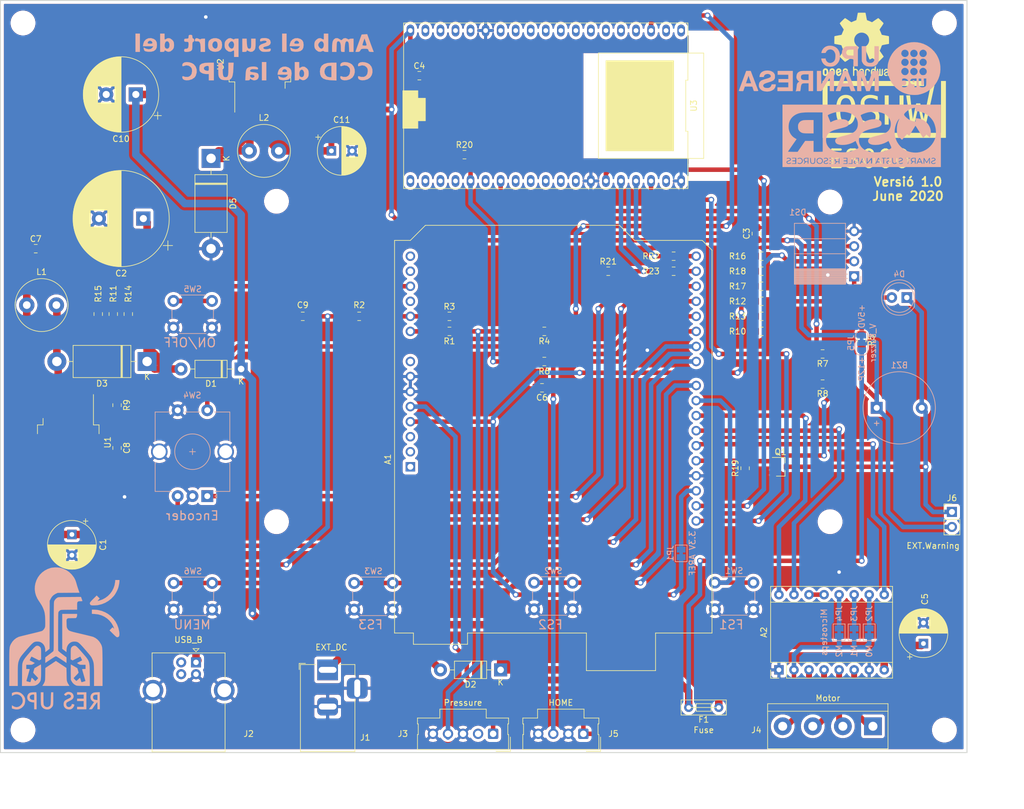
<source format=kicad_pcb>
(kicad_pcb (version 20171130) (host pcbnew 5.1.6-c6e7f7d~86~ubuntu18.04.1)
  (layers (0 F.Cu signal hide) (31 B.Cu signal) (34 B.Paste user) (35 F.Paste user) (36 B.SilkS user) (37 F.SilkS user hide) (38 B.Mask user) (39 F.Mask user hide) (44 Edge.Cuts user))
  (net 0 "")
  (net 1 SCL)
  (net 2 SDA)
  (net 3 "Net-(A1-Pad1)")
  (net 4 ENC_A)
  (net 5 "Net-(A1-Pad2)")
  (net 6 ENC_B)
  (net 7 "Net-(A1-Pad3)")
  (net 8 BTN_ENC)
  (net 9 +3.3V)
  (net 10 BTN_1)
  (net 11 BTN_2)
  (net 12 GND)
  (net 13 BTN_3)
  (net 14 BTN_4)
  (net 15 +12P)
  (net 16 HOME)
  (net 17 "Net-(A1-Pad9)")
  (net 18 DIR)
  (net 19 V_MON)
  (net 20 STEP)
  (net 21 "Net-(A1-Pad11)")
  (net 22 EN)
  (net 23 CYCLE_ON)
  (net 24 WARNING)
  (net 25 "Net-(A1-Pad13)")
  (net 26 "Net-(A1-Pad14)")
  (net 27 "Net-(A1-Pad30)")
  (net 28 RXD)
  (net 29 TXD)
  (net 30 "Net-(A2-Pad10)")
  (net 31 "Net-(A2-Pad3)")
  (net 32 "Net-(A2-Pad11)")
  (net 33 "Net-(A2-Pad4)")
  (net 34 "Net-(A2-Pad12)")
  (net 35 "Net-(A2-Pad5)")
  (net 36 "Net-(A2-Pad13)")
  (net 37 "Net-(A2-Pad6)")
  (net 38 +12V)
  (net 39 V_BAT)
  (net 40 +12C)
  (net 41 +5VD)
  (net 42 "Net-(D2-Pad2)")
  (net 43 "Net-(D4-Pad2)")
  (net 44 "Net-(J2-Pad2)")
  (net 45 "Net-(J2-Pad3)")
  (net 46 "Net-(J3-Pad2)")
  (net 47 PRESSURE)
  (net 48 "Net-(R4-Pad1)")
  (net 49 "Net-(R7-Pad2)")
  (net 50 "Net-(U3-Pad1)")
  (net 51 "Net-(U3-Pad37)")
  (net 52 "Net-(U3-Pad2)")
  (net 53 "Net-(U3-Pad4)")
  (net 54 "Net-(U3-Pad5)")
  (net 55 "Net-(U3-Pad6)")
  (net 56 "Net-(U3-Pad7)")
  (net 57 "Net-(U3-Pad31)")
  (net 58 "Net-(U3-Pad8)")
  (net 59 "Net-(U3-Pad30)")
  (net 60 "Net-(U3-Pad9)")
  (net 61 "Net-(U3-Pad29)")
  (net 62 "Net-(U3-Pad10)")
  (net 63 "Net-(U3-Pad28)")
  (net 64 "Net-(U3-Pad11)")
  (net 65 "Net-(U3-Pad27)")
  (net 66 "Net-(U3-Pad12)")
  (net 67 "Net-(U3-Pad13)")
  (net 68 "Net-(U3-Pad25)")
  (net 69 "Net-(U3-Pad15)")
  (net 70 "Net-(U3-Pad23)")
  (net 71 "Net-(U3-Pad16)")
  (net 72 "Net-(U3-Pad22)")
  (net 73 "Net-(U3-Pad17)")
  (net 74 "Net-(U3-Pad21)")
  (net 75 "Net-(U3-Pad18)")
  (net 76 "Net-(U3-Pad20)")
  (net 77 "Net-(BZ1-Pad1)")
  (net 78 "Net-(BZ1-Pad2)")
  (net 79 "Net-(C8-Pad1)")
  (net 80 "Net-(D3-Pad2)")
  (net 81 "Net-(R20-Pad2)")
  (net 82 "Net-(R9-Pad1)")
  (net 83 "Net-(R11-Pad2)")
  (net 84 "Net-(R21-Pad2)")
  (net 85 "Net-(R22-Pad2)")
  (net 86 "Net-(A1-Pad8)")
  (net 87 "Net-(D5-Pad1)")
  (module MyLib:ESP32_MODULE (layer F.Cu) (at 148.59 44.45 180)
    (fp_text reference U3 (at -24.995 0 270) (layer F.SilkS))
    (fp_text value ESP-WROOM-32S_MODULE)
    (pad 38 thru_hole oval (at -22.86 -12.7 180) (size 1.27 2) (drill 0.8) (layers *.Cu *.Mask) (net 12 GND))
    (pad 1 thru_hole oval (at -22.86 12.7 180) (size 1.27 2) (drill 0.8) (layers *.Cu *.Mask) (net 50 "Net-(U3-Pad1)"))
    (pad 37 thru_hole oval (at -20.32 -12.7 180) (size 1.27 2) (drill 0.8) (layers *.Cu *.Mask) (net 51 "Net-(U3-Pad37)"))
    (pad 2 thru_hole oval (at -20.32 12.7 180) (size 1.27 2) (drill 0.8) (layers *.Cu *.Mask) (net 52 "Net-(U3-Pad2)"))
    (pad 36 thru_hole oval (at -17.78 -12.7 180) (size 1.27 2) (drill 0.8) (layers *.Cu *.Mask) (net 1 SCL))
    (pad 3 thru_hole oval (at -17.78 12.7 180) (size 1.27 2) (drill 0.8) (layers *.Cu *.Mask) (net 48 "Net-(R4-Pad1)"))
    (pad 35 thru_hole oval (at -15.24 -12.7 180) (size 1.27 2) (drill 0.8) (layers *.Cu *.Mask) (net 85 "Net-(R22-Pad2)"))
    (pad 4 thru_hole oval (at -15.24 12.7 180) (size 1.27 2) (drill 0.8) (layers *.Cu *.Mask) (net 53 "Net-(U3-Pad4)"))
    (pad 34 thru_hole oval (at -12.7 -12.7 180) (size 1.27 2) (drill 0.8) (layers *.Cu *.Mask) (net 84 "Net-(R21-Pad2)"))
    (pad 5 thru_hole oval (at -12.7 12.7 180) (size 1.27 2) (drill 0.8) (layers *.Cu *.Mask) (net 54 "Net-(U3-Pad5)"))
    (pad 33 thru_hole oval (at -10.16 -12.7 180) (size 1.27 2) (drill 0.8) (layers *.Cu *.Mask) (net 2 SDA))
    (pad 6 thru_hole oval (at -10.16 12.7 180) (size 1.27 2) (drill 0.8) (layers *.Cu *.Mask) (net 55 "Net-(U3-Pad6)"))
    (pad 32 thru_hole oval (at -7.62 -12.7 180) (size 1.27 2) (drill 0.8) (layers *.Cu *.Mask) (net 12 GND))
    (pad 7 thru_hole oval (at -7.62 12.7 180) (size 1.27 2) (drill 0.8) (layers *.Cu *.Mask) (net 56 "Net-(U3-Pad7)"))
    (pad 31 thru_hole oval (at -5.08 -12.7 180) (size 1.27 2) (drill 0.8) (layers *.Cu *.Mask) (net 57 "Net-(U3-Pad31)"))
    (pad 8 thru_hole oval (at -5.08 12.7 180) (size 1.27 2) (drill 0.8) (layers *.Cu *.Mask) (net 58 "Net-(U3-Pad8)"))
    (pad 30 thru_hole oval (at -2.54 -12.7 180) (size 1.27 2) (drill 0.8) (layers *.Cu *.Mask) (net 59 "Net-(U3-Pad30)"))
    (pad 9 thru_hole oval (at -2.54 12.7 180) (size 1.27 2) (drill 0.8) (layers *.Cu *.Mask) (net 60 "Net-(U3-Pad9)"))
    (pad 29 thru_hole oval (at 0 -12.7 180) (size 1.27 2) (drill 0.8) (layers *.Cu *.Mask) (net 61 "Net-(U3-Pad29)"))
    (pad 10 thru_hole oval (at 0 12.7 180) (size 1.27 2) (drill 0.8) (layers *.Cu *.Mask) (net 62 "Net-(U3-Pad10)"))
    (pad 28 thru_hole oval (at 2.54 -12.7 180) (size 1.27 2) (drill 0.8) (layers *.Cu *.Mask) (net 63 "Net-(U3-Pad28)"))
    (pad 11 thru_hole oval (at 2.54 12.7 180) (size 1.27 2) (drill 0.8) (layers *.Cu *.Mask) (net 64 "Net-(U3-Pad11)"))
    (pad 27 thru_hole oval (at 5.08 -12.7 180) (size 1.27 2) (drill 0.8) (layers *.Cu *.Mask) (net 65 "Net-(U3-Pad27)"))
    (pad 12 thru_hole oval (at 5.08 12.7 180) (size 1.27 2) (drill 0.8) (layers *.Cu *.Mask) (net 66 "Net-(U3-Pad12)"))
    (pad 26 thru_hole oval (at 7.62 -12.7 180) (size 1.27 2) (drill 0.8) (layers *.Cu *.Mask) (net 49 "Net-(R7-Pad2)"))
    (pad 13 thru_hole oval (at 7.62 12.7 180) (size 1.27 2) (drill 0.8) (layers *.Cu *.Mask) (net 67 "Net-(U3-Pad13)"))
    (pad 25 thru_hole oval (at 10.16 -12.7 180) (size 1.27 2) (drill 0.8) (layers *.Cu *.Mask) (net 68 "Net-(U3-Pad25)"))
    (pad 14 thru_hole oval (at 10.16 12.7 180) (size 1.27 2) (drill 0.8) (layers *.Cu *.Mask) (net 12 GND))
    (pad 24 thru_hole oval (at 12.7 -12.7 180) (size 1.27 2) (drill 0.8) (layers *.Cu *.Mask) (net 81 "Net-(R20-Pad2)"))
    (pad 15 thru_hole oval (at 12.7 12.7 180) (size 1.27 2) (drill 0.8) (layers *.Cu *.Mask) (net 69 "Net-(U3-Pad15)"))
    (pad 23 thru_hole oval (at 15.24 -12.7 180) (size 1.27 2) (drill 0.8) (layers *.Cu *.Mask) (net 70 "Net-(U3-Pad23)"))
    (pad 16 thru_hole oval (at 15.24 12.7 180) (size 1.27 2) (drill 0.8) (layers *.Cu *.Mask) (net 71 "Net-(U3-Pad16)"))
    (pad 22 thru_hole oval (at 17.78 -12.7 180) (size 1.27 2) (drill 0.8) (layers *.Cu *.Mask) (net 72 "Net-(U3-Pad22)"))
    (pad 17 thru_hole oval (at 17.78 12.7 180) (size 1.27 2) (drill 0.8) (layers *.Cu *.Mask) (net 73 "Net-(U3-Pad17)"))
    (pad 21 thru_hole oval (at 20.32 -12.7 180) (size 1.27 2) (drill 0.8) (layers *.Cu *.Mask) (net 74 "Net-(U3-Pad21)"))
    (pad 18 thru_hole oval (at 20.32 12.7 180) (size 1.27 2) (drill 0.8) (layers *.Cu *.Mask) (net 75 "Net-(U3-Pad18)"))
    (pad 20 thru_hole oval (at 22.86 -12.7 180) (size 1.27 2) (drill 0.8) (layers *.Cu *.Mask) (net 76 "Net-(U3-Pad20)"))
    (pad 19 thru_hole oval (at 22.86 12.7 180) (size 1.27 2) (drill 0.8) (layers *.Cu *.Mask) (net 41 +5VD))
  )
  (module PersonalLibrary:ccd_text (layer B.Cu) (at 99.06 36.322 180)
    (fp_text reference G*** hide)
    (fp_text value LOGO hide)
  )
  (module PersonalLibrary:res_upc_logo_24mm (layer B.Cu) (at 67.31 134.366 180)
    (fp_text reference G*** hide)
    (fp_text value LOGO hide)
  )
  (module Symbol:OSHW-Logo2_14.6x12mm_SilkScreen (layer F.Cu) (at 201.93 34.29)
    (fp_text reference REF** hide)
    (fp_text value OSHW-Logo2_14.6x12mm_SilkScreen hide)
  )
  (module PersonalLibrary:OSHW_Mono_0.5_Scale (layer F.Cu) (at 205.74 44.45)
    (fp_text reference OSHW_Mono_0.5_Scale hide)
    (fp_text value ES000 (at -9.74 9) (layer F.SilkS) (effects (font (size 2.95 2.95) (thickness 0.4)) (justify left)))
  )
  (module PersonalLibrary:upc_manresa_logo (layer B.Cu) (at 198.12 38.1 180)
    (fp_text reference G*** hide)
    (fp_text value LOGO hide)
  )
  (module PersonalLibrary:ssr_logo_mini (layer B.Cu) (at 201.93 49.53 180)
    (fp_text reference G*** hide)
    (fp_text value LOGO hide)
  )
  (module Package_TO_SOT_SMD:TO-263-5_TabPin6 (layer F.Cu) (at 67.964 101.285 270)
    (fp_text reference U1 (at 0 -6.65 90) (layer F.SilkS))
    (fp_text value LM2585-ADJ)
    (pad 6 smd rect (at 3.375 0 270) (size 9.4 10.8) (layers F.Cu F.Mask))
    (pad 5 smd rect (at -5.775 3.4 270) (size 4.6 1.1) (layers F.Cu F.Paste F.Mask) (net 39 V_BAT))
    (pad 4 smd rect (at -5.775 1.7 270) (size 4.6 1.1) (layers F.Cu F.Paste F.Mask) (net 80 "Net-(D3-Pad2)"))
    (pad 3 smd rect (at -5.775 0 270) (size 4.6 1.1) (layers F.Cu F.Paste F.Mask) (net 12 GND))
    (pad 2 smd rect (at -5.775 -1.7 270) (size 4.6 1.1) (layers F.Cu F.Paste F.Mask) (net 83 "Net-(R11-Pad2)"))
    (pad 1 smd rect (at -5.775 -3.4 270) (size 4.6 1.1) (layers F.Cu F.Paste F.Mask) (net 82 "Net-(R9-Pad1)"))
  )
  (module Resistor_SMD:R_0805_2012Metric_Pad1.15x1.40mm_HandSolder (layer F.Cu) (at 170.18 72.39 180)
    (fp_text reference R23 (at 3.81 0) (layer F.SilkS))
    (fp_text value 1k5)
    (pad 2 smd roundrect (at 1.025 0 180) (size 1.15 1.4) (layers F.Cu F.Paste F.Mask) (roundrect_rratio 0.217391) (net 84 "Net-(R21-Pad2)"))
    (pad 1 smd roundrect (at -1.025 0 180) (size 1.15 1.4) (layers F.Cu F.Paste F.Mask) (roundrect_rratio 0.217391) (net 29 TXD))
  )
  (module Resistor_SMD:R_0805_2012Metric_Pad1.15x1.40mm_HandSolder (layer F.Cu) (at 170.18 69.85 180)
    (fp_text reference R22 (at 3.81 0) (layer F.SilkS))
    (fp_text value 1k5)
    (pad 2 smd roundrect (at 1.025 0 180) (size 1.15 1.4) (layers F.Cu F.Paste F.Mask) (roundrect_rratio 0.217391) (net 85 "Net-(R22-Pad2)"))
    (pad 1 smd roundrect (at -1.025 0 180) (size 1.15 1.4) (layers F.Cu F.Paste F.Mask) (roundrect_rratio 0.217391) (net 28 RXD))
  )
  (module Resistor_SMD:R_0805_2012Metric_Pad1.15x1.40mm_HandSolder (layer F.Cu) (at 159.14 72.39)
    (fp_text reference R21 (at 0 -1.65) (layer F.SilkS))
    (fp_text value 2k7)
    (pad 2 smd roundrect (at 1.025 0) (size 1.15 1.4) (layers F.Cu F.Paste F.Mask) (roundrect_rratio 0.217391) (net 84 "Net-(R21-Pad2)"))
    (pad 1 smd roundrect (at -1.025 0) (size 1.15 1.4) (layers F.Cu F.Paste F.Mask) (roundrect_rratio 0.217391) (net 12 GND))
  )
  (module Resistor_SMD:R_0805_2012Metric_Pad1.15x1.40mm_HandSolder (layer F.Cu) (at 134.865 52.705)
    (fp_text reference R20 (at 0 -1.65) (layer F.SilkS))
    (fp_text value 2k7)
    (pad 2 smd roundrect (at 1.025 0) (size 1.15 1.4) (layers F.Cu F.Paste F.Mask) (roundrect_rratio 0.217391) (net 81 "Net-(R20-Pad2)"))
    (pad 1 smd roundrect (at -1.025 0) (size 1.15 1.4) (layers F.Cu F.Paste F.Mask) (roundrect_rratio 0.217391) (net 12 GND))
  )
  (module Resistor_SMD:R_0805_2012Metric_Pad1.15x1.40mm_HandSolder (layer F.Cu) (at 182.245 105.655 90)
    (fp_text reference R19 (at 0 -1.65 90) (layer F.SilkS))
    (fp_text value 1M)
    (pad 2 smd roundrect (at 1.025 0 90) (size 1.15 1.4) (layers F.Cu F.Paste F.Mask) (roundrect_rratio 0.217391) (net 24 WARNING))
    (pad 1 smd roundrect (at -1.025 0 90) (size 1.15 1.4) (layers F.Cu F.Paste F.Mask) (roundrect_rratio 0.217391) (net 12 GND))
  )
  (module Resistor_SMD:R_0805_2012Metric_Pad1.15x1.40mm_HandSolder (layer F.Cu) (at 185.03 72.39 180)
    (fp_text reference R18 (at 4.055 0) (layer F.SilkS))
    (fp_text value 27k)
    (pad 2 smd roundrect (at 1.025 0 180) (size 1.15 1.4) (layers F.Cu F.Paste F.Mask) (roundrect_rratio 0.217391) (net 12 GND))
    (pad 1 smd roundrect (at -1.025 0 180) (size 1.15 1.4) (layers F.Cu F.Paste F.Mask) (roundrect_rratio 0.217391) (net 2 SDA))
  )
  (module Resistor_SMD:R_0805_2012Metric_Pad1.15x1.40mm_HandSolder (layer F.Cu) (at 185.003 74.93)
    (fp_text reference R17 (at -4.028 0) (layer F.SilkS))
    (fp_text value 2k7)
    (pad 2 smd roundrect (at 1.025 0) (size 1.15 1.4) (layers F.Cu F.Paste F.Mask) (roundrect_rratio 0.217391) (net 2 SDA))
    (pad 1 smd roundrect (at -1.025 0) (size 1.15 1.4) (layers F.Cu F.Paste F.Mask) (roundrect_rratio 0.217391) (net 9 +3.3V))
  )
  (module Resistor_SMD:R_0805_2012Metric_Pad1.15x1.40mm_HandSolder (layer F.Cu) (at 185.03 69.85 180)
    (fp_text reference R16 (at 4.055 0) (layer F.SilkS))
    (fp_text value 27k)
    (pad 2 smd roundrect (at 1.025 0 180) (size 1.15 1.4) (layers F.Cu F.Paste F.Mask) (roundrect_rratio 0.217391) (net 12 GND))
    (pad 1 smd roundrect (at -1.025 0 180) (size 1.15 1.4) (layers F.Cu F.Paste F.Mask) (roundrect_rratio 0.217391) (net 2 SDA))
  )
  (module Resistor_SMD:R_0805_2012Metric_Pad1.15x1.40mm_HandSolder (layer F.Cu) (at 73.025 79.62 90)
    (fp_text reference R15 (at 3.42 0 90) (layer F.SilkS))
    (fp_text value 2k2)
    (pad 2 smd roundrect (at 1.025 0 90) (size 1.15 1.4) (layers F.Cu F.Paste F.Mask) (roundrect_rratio 0.217391) (net 12 GND))
    (pad 1 smd roundrect (at -1.025 0 90) (size 1.15 1.4) (layers F.Cu F.Paste F.Mask) (roundrect_rratio 0.217391) (net 83 "Net-(R11-Pad2)"))
  )
  (module Resistor_SMD:R_0805_2012Metric_Pad1.15x1.40mm_HandSolder (layer F.Cu) (at 78.105 79.62 270)
    (fp_text reference R14 (at -3.42 0 90) (layer F.SilkS))
    (fp_text value 39k)
    (pad 2 smd roundrect (at 1.025 0 270) (size 1.15 1.4) (layers F.Cu F.Paste F.Mask) (roundrect_rratio 0.217391) (net 83 "Net-(R11-Pad2)"))
    (pad 1 smd roundrect (at -1.025 0 270) (size 1.15 1.4) (layers F.Cu F.Paste F.Mask) (roundrect_rratio 0.217391) (net 40 +12C))
  )
  (module Resistor_SMD:R_0805_2012Metric_Pad1.15x1.40mm_HandSolder (layer F.Cu) (at 185.03 80.01 180)
    (fp_text reference R13 (at 4.055 0) (layer F.SilkS))
    (fp_text value 27k)
    (pad 2 smd roundrect (at 1.025 0 180) (size 1.15 1.4) (layers F.Cu F.Paste F.Mask) (roundrect_rratio 0.217391) (net 12 GND))
    (pad 1 smd roundrect (at -1.025 0 180) (size 1.15 1.4) (layers F.Cu F.Paste F.Mask) (roundrect_rratio 0.217391) (net 1 SCL))
  )
  (module Resistor_SMD:R_0805_2012Metric_Pad1.15x1.40mm_HandSolder (layer F.Cu) (at 185.03 77.47)
    (fp_text reference R12 (at -4.055 0) (layer F.SilkS))
    (fp_text value 2k7)
    (pad 2 smd roundrect (at 1.025 0) (size 1.15 1.4) (layers F.Cu F.Paste F.Mask) (roundrect_rratio 0.217391) (net 1 SCL))
    (pad 1 smd roundrect (at -1.025 0) (size 1.15 1.4) (layers F.Cu F.Paste F.Mask) (roundrect_rratio 0.217391) (net 9 +3.3V))
  )
  (module Resistor_SMD:R_0805_2012Metric_Pad1.15x1.40mm_HandSolder (layer F.Cu) (at 75.565 79.62 270)
    (fp_text reference R11 (at -3.42 0 90) (layer F.SilkS))
    (fp_text value 39k)
    (pad 2 smd roundrect (at 1.025 0 270) (size 1.15 1.4) (layers F.Cu F.Paste F.Mask) (roundrect_rratio 0.217391) (net 83 "Net-(R11-Pad2)"))
    (pad 1 smd roundrect (at -1.025 0 270) (size 1.15 1.4) (layers F.Cu F.Paste F.Mask) (roundrect_rratio 0.217391) (net 40 +12C))
  )
  (module Resistor_SMD:R_0805_2012Metric_Pad1.15x1.40mm_HandSolder (layer F.Cu) (at 185.03 82.55 180)
    (fp_text reference R10 (at 4.055 0) (layer F.SilkS))
    (fp_text value 27k)
    (pad 2 smd roundrect (at 1.025 0 180) (size 1.15 1.4) (layers F.Cu F.Paste F.Mask) (roundrect_rratio 0.217391) (net 12 GND))
    (pad 1 smd roundrect (at -1.025 0 180) (size 1.15 1.4) (layers F.Cu F.Paste F.Mask) (roundrect_rratio 0.217391) (net 1 SCL))
  )
  (module Resistor_SMD:R_0805_2012Metric_Pad1.15x1.40mm_HandSolder (layer F.Cu) (at 76.2 95.005 270)
    (fp_text reference R9 (at 0 -1.65 90) (layer F.SilkS))
    (fp_text value 3k)
    (pad 2 smd roundrect (at 1.025 0 270) (size 1.15 1.4) (layers F.Cu F.Paste F.Mask) (roundrect_rratio 0.217391) (net 79 "Net-(C8-Pad1)"))
    (pad 1 smd roundrect (at -1.025 0 270) (size 1.15 1.4) (layers F.Cu F.Paste F.Mask) (roundrect_rratio 0.217391) (net 82 "Net-(R9-Pad1)"))
  )
  (module Package_TO_SOT_SMD:SOT-23 (layer F.Cu) (at 188.23 105.41)
    (fp_text reference Q1 (at 0 -2.5) (layer F.SilkS))
    (fp_text value 2N7002K)
    (pad 3 smd rect (at 1 0) (size 0.9 0.8) (layers F.Cu F.Paste F.Mask) (net 78 "Net-(BZ1-Pad2)"))
    (pad 2 smd rect (at -1 0.95) (size 0.9 0.8) (layers F.Cu F.Paste F.Mask) (net 12 GND))
    (pad 1 smd rect (at -1 -0.95) (size 0.9 0.8) (layers F.Cu F.Paste F.Mask) (net 24 WARNING))
  )
  (module Jumper:SolderJumper-3_P1.3mm_Bridged12_RoundedPad1.0x1.5mm (layer B.Cu) (at 201.93 84.485 270)
    (fp_text reference JP5 (at 0 1.8 270) (layer B.SilkS) (effects (justify mirror)))
    (fp_text value V_buzzer (at 0 -1.9 270) (layer B.SilkS) (effects (justify mirror)))
    (fp_poly (pts (xy -0.9 0.3) (xy -0.4 0.3) (xy -0.4 -0.3) (xy -0.9 -0.3)) (layer B.Cu) (width 0))
    (pad 1 smd custom (at -1.3 0 270) (size 1 0.5) (layers B.Cu B.Mask) (net 41 +5VD) (options (clearance outline) (anchor rect)) (primitives (gr_circle (center 0 -0.25) (end 0.5 -0.25) (width 0)) (gr_circle (center 0 0.25) (end 0.5 0.25) (width 0)) (gr_poly (pts (xy 0.55 0.75) (xy 0 0.75) (xy 0 -0.75) (xy 0.55 -0.75)) (width 0))))
    (pad 2 smd rect (at 0 0 270) (size 1 1.5) (layers B.Cu B.Mask) (net 77 "Net-(BZ1-Pad1)"))
    (pad 3 smd custom (at 1.3 0 270) (size 1 0.5) (layers B.Cu B.Mask) (net 15 +12P) (options (clearance outline) (anchor rect)) (primitives (gr_circle (center 0 -0.25) (end 0.5 -0.25) (width 0)) (gr_circle (center 0 0.25) (end 0.5 0.25) (width 0)) (gr_poly (pts (xy -0.55 0.75) (xy 0 0.75) (xy 0 -0.75) (xy -0.55 -0.75)) (width 0))))
  )
  (module Capacitor_SMD:C_0805_2012Metric_Pad1.15x1.40mm_HandSolder (layer F.Cu) (at 76.2 102.235 270)
    (fp_text reference C8 (at 0 -1.65 90) (layer F.SilkS))
    (fp_text value 330nF)
    (pad 2 smd roundrect (at 1.025 0 270) (size 1.15 1.4) (layers F.Cu F.Paste F.Mask) (roundrect_rratio 0.217391) (net 12 GND))
    (pad 1 smd roundrect (at -1.025 0 270) (size 1.15 1.4) (layers F.Cu F.Paste F.Mask) (roundrect_rratio 0.217391) (net 79 "Net-(C8-Pad1)"))
  )
  (module Capacitor_SMD:C_0805_2012Metric_Pad1.15x1.40mm_HandSolder (layer F.Cu) (at 62.475 68.58)
    (fp_text reference C7 (at 0 -1.65) (layer F.SilkS))
    (fp_text value 100nF)
    (pad 2 smd roundrect (at 1.025 0) (size 1.15 1.4) (layers F.Cu F.Paste F.Mask) (roundrect_rratio 0.217391) (net 12 GND))
    (pad 1 smd roundrect (at -1.025 0) (size 1.15 1.4) (layers F.Cu F.Paste F.Mask) (roundrect_rratio 0.217391) (net 39 V_BAT))
  )
  (module Module:Arduino_UNO_R3 (layer F.Cu) (at 125.73 105.41 90)
    (fp_text reference A1 (at 1.27 -3.81 270) (layer F.SilkS))
    (fp_text value Arduino_UNO_R3)
    (pad 32 thru_hole oval (at -9.14 48.26 180) (size 1.6 1.6) (drill 1) (layers *.Cu *.Mask) (net 1 SCL))
    (pad 31 thru_hole oval (at -6.6 48.26 180) (size 1.6 1.6) (drill 1) (layers *.Cu *.Mask) (net 2 SDA))
    (pad 1 thru_hole rect (at 0 0 180) (size 1.6 1.6) (drill 1) (layers *.Cu *.Mask) (net 3 "Net-(A1-Pad1)"))
    (pad 17 thru_hole oval (at 30.48 48.26 180) (size 1.6 1.6) (drill 1) (layers *.Cu *.Mask) (net 4 ENC_A))
    (pad 2 thru_hole oval (at 2.54 0 180) (size 1.6 1.6) (drill 1) (layers *.Cu *.Mask) (net 5 "Net-(A1-Pad2)"))
    (pad 18 thru_hole oval (at 27.94 48.26 180) (size 1.6 1.6) (drill 1) (layers *.Cu *.Mask) (net 6 ENC_B))
    (pad 3 thru_hole oval (at 5.08 0 180) (size 1.6 1.6) (drill 1) (layers *.Cu *.Mask) (net 7 "Net-(A1-Pad3)"))
    (pad 19 thru_hole oval (at 25.4 48.26 180) (size 1.6 1.6) (drill 1) (layers *.Cu *.Mask) (net 8 BTN_ENC))
    (pad 4 thru_hole oval (at 7.62 0 180) (size 1.6 1.6) (drill 1) (layers *.Cu *.Mask) (net 9 +3.3V))
    (pad 20 thru_hole oval (at 22.86 48.26 180) (size 1.6 1.6) (drill 1) (layers *.Cu *.Mask) (net 16 HOME))
    (pad 5 thru_hole oval (at 10.16 0 180) (size 1.6 1.6) (drill 1) (layers *.Cu *.Mask) (net 41 +5VD))
    (pad 21 thru_hole oval (at 20.32 48.26 180) (size 1.6 1.6) (drill 1) (layers *.Cu *.Mask) (net 14 BTN_4))
    (pad 6 thru_hole oval (at 12.7 0 180) (size 1.6 1.6) (drill 1) (layers *.Cu *.Mask) (net 12 GND))
    (pad 22 thru_hole oval (at 17.78 48.26 180) (size 1.6 1.6) (drill 1) (layers *.Cu *.Mask) (net 13 BTN_3))
    (pad 7 thru_hole oval (at 15.24 0 180) (size 1.6 1.6) (drill 1) (layers *.Cu *.Mask) (net 12 GND))
    (pad 23 thru_hole oval (at 13.72 48.26 180) (size 1.6 1.6) (drill 1) (layers *.Cu *.Mask) (net 11 BTN_2))
    (pad 8 thru_hole oval (at 17.78 0 180) (size 1.6 1.6) (drill 1) (layers *.Cu *.Mask) (net 86 "Net-(A1-Pad8)"))
    (pad 24 thru_hole oval (at 11.18 48.26 180) (size 1.6 1.6) (drill 1) (layers *.Cu *.Mask) (net 10 BTN_1))
    (pad 9 thru_hole oval (at 22.86 0 180) (size 1.6 1.6) (drill 1) (layers *.Cu *.Mask) (net 17 "Net-(A1-Pad9)"))
    (pad 25 thru_hole oval (at 8.64 48.26 180) (size 1.6 1.6) (drill 1) (layers *.Cu *.Mask) (net 18 DIR))
    (pad 10 thru_hole oval (at 25.4 0 180) (size 1.6 1.6) (drill 1) (layers *.Cu *.Mask) (net 19 V_MON))
    (pad 26 thru_hole oval (at 6.1 48.26 180) (size 1.6 1.6) (drill 1) (layers *.Cu *.Mask) (net 20 STEP))
    (pad 11 thru_hole oval (at 27.94 0 180) (size 1.6 1.6) (drill 1) (layers *.Cu *.Mask) (net 21 "Net-(A1-Pad11)"))
    (pad 27 thru_hole oval (at 3.56 48.26 180) (size 1.6 1.6) (drill 1) (layers *.Cu *.Mask) (net 22 EN))
    (pad 12 thru_hole oval (at 30.48 0 180) (size 1.6 1.6) (drill 1) (layers *.Cu *.Mask) (net 23 CYCLE_ON))
    (pad 28 thru_hole oval (at 1.02 48.26 180) (size 1.6 1.6) (drill 1) (layers *.Cu *.Mask) (net 24 WARNING))
    (pad 13 thru_hole oval (at 33.02 0 180) (size 1.6 1.6) (drill 1) (layers *.Cu *.Mask) (net 25 "Net-(A1-Pad13)"))
    (pad 29 thru_hole oval (at -1.52 48.26 180) (size 1.6 1.6) (drill 1) (layers *.Cu *.Mask) (net 12 GND))
    (pad 14 thru_hole oval (at 35.56 0 180) (size 1.6 1.6) (drill 1) (layers *.Cu *.Mask) (net 26 "Net-(A1-Pad14)"))
    (pad 30 thru_hole oval (at -4.06 48.26 180) (size 1.6 1.6) (drill 1) (layers *.Cu *.Mask) (net 27 "Net-(A1-Pad30)"))
    (pad 15 thru_hole oval (at 35.56 48.26 180) (size 1.6 1.6) (drill 1) (layers *.Cu *.Mask) (net 28 RXD))
    (pad 16 thru_hole oval (at 33.02 48.26 180) (size 1.6 1.6) (drill 1) (layers *.Cu *.Mask) (net 29 TXD))
  )
  (module Module:Pololu_Breakout-16_15.2x20.3mm (layer F.Cu) (at 187.96 139.7 90)
    (fp_text reference A2 (at 6.35 -2.54 90) (layer F.SilkS))
    (fp_text value DRV8825)
    (pad 1 thru_hole rect (at 0 0 90) (size 1.6 1.6) (drill 0.8) (layers *.Cu *.Mask) (net 12 GND))
    (pad 9 thru_hole oval (at 12.7 17.78 90) (size 1.6 1.6) (drill 0.8) (layers *.Cu *.Mask) (net 22 EN))
    (pad 2 thru_hole oval (at 0 2.54 90) (size 1.6 1.6) (drill 0.8) (layers *.Cu *.Mask) (net 41 +5VD))
    (pad 10 thru_hole oval (at 12.7 15.24 90) (size 1.6 1.6) (drill 0.8) (layers *.Cu *.Mask) (net 30 "Net-(A2-Pad10)"))
    (pad 3 thru_hole oval (at 0 5.08 90) (size 1.6 1.6) (drill 0.8) (layers *.Cu *.Mask) (net 31 "Net-(A2-Pad3)"))
    (pad 11 thru_hole oval (at 12.7 12.7 90) (size 1.6 1.6) (drill 0.8) (layers *.Cu *.Mask) (net 32 "Net-(A2-Pad11)"))
    (pad 4 thru_hole oval (at 0 7.62 90) (size 1.6 1.6) (drill 0.8) (layers *.Cu *.Mask) (net 33 "Net-(A2-Pad4)"))
    (pad 12 thru_hole oval (at 12.7 10.16 90) (size 1.6 1.6) (drill 0.8) (layers *.Cu *.Mask) (net 34 "Net-(A2-Pad12)"))
    (pad 5 thru_hole oval (at 0 10.16 90) (size 1.6 1.6) (drill 0.8) (layers *.Cu *.Mask) (net 35 "Net-(A2-Pad5)"))
    (pad 13 thru_hole oval (at 12.7 7.62 90) (size 1.6 1.6) (drill 0.8) (layers *.Cu *.Mask) (net 36 "Net-(A2-Pad13)"))
    (pad 6 thru_hole oval (at 0 12.7 90) (size 1.6 1.6) (drill 0.8) (layers *.Cu *.Mask) (net 37 "Net-(A2-Pad6)"))
    (pad 14 thru_hole oval (at 12.7 5.08 90) (size 1.6 1.6) (drill 0.8) (layers *.Cu *.Mask) (net 36 "Net-(A2-Pad13)"))
    (pad 7 thru_hole oval (at 0 15.24 90) (size 1.6 1.6) (drill 0.8) (layers *.Cu *.Mask) (net 12 GND))
    (pad 15 thru_hole oval (at 12.7 2.54 90) (size 1.6 1.6) (drill 0.8) (layers *.Cu *.Mask) (net 20 STEP))
    (pad 8 thru_hole oval (at 0 17.78 90) (size 1.6 1.6) (drill 0.8) (layers *.Cu *.Mask) (net 38 +12V))
    (pad 16 thru_hole oval (at 12.7 0 90) (size 1.6 1.6) (drill 0.8) (layers *.Cu *.Mask) (net 18 DIR))
  )
  (module Buzzer_Beeper:Buzzer_12x9.5RM7.6 (layer B.Cu) (at 204.47 95.455001)
    (fp_text reference BZ1 (at 3.81 -7.190001) (layer B.SilkS) (effects (justify mirror)))
    (fp_text value Buzzer)
    (fp_text user + (at -0.01 2.54) (layer B.SilkS) (effects (justify mirror)))
    (pad 1 thru_hole rect (at 0 0) (size 2 2) (drill 1) (layers *.Cu *.Mask) (net 77 "Net-(BZ1-Pad1)"))
    (pad 2 thru_hole circle (at 7.6 0) (size 2 2) (drill 1) (layers *.Cu *.Mask) (net 78 "Net-(BZ1-Pad2)"))
  )
  (module Capacitor_THT:CP_Radial_D8.0mm_P3.50mm (layer F.Cu) (at 68.58 116.84 270)
    (fp_text reference C1 (at 1.75 -5.25 90) (layer F.SilkS))
    (fp_text value 470uF)
    (pad 1 thru_hole rect (at 0 0 270) (size 1.6 1.6) (drill 0.8) (layers *.Cu *.Mask) (net 39 V_BAT))
    (pad 2 thru_hole circle (at 3.5 0 270) (size 1.6 1.6) (drill 0.8) (layers *.Cu *.Mask) (net 12 GND))
  )
  (module Capacitor_THT:CP_Radial_D16.0mm_P7.50mm (layer F.Cu) (at 80.645 63.5 180)
    (fp_text reference C2 (at 3.75 -9.25) (layer F.SilkS))
    (fp_text value 2200uF)
    (pad 1 thru_hole rect (at 0 0 180) (size 2.4 2.4) (drill 1.2) (layers *.Cu *.Mask) (net 40 +12C))
    (pad 2 thru_hole circle (at 7.5 0 180) (size 2.4 2.4) (drill 1.2) (layers *.Cu *.Mask) (net 12 GND))
  )
  (module Capacitor_SMD:C_0805_2012Metric_Pad1.15x1.40mm_HandSolder (layer F.Cu) (at 184.15 66.04 90)
    (fp_text reference C3 (at 0 -1.65 90) (layer F.SilkS))
    (fp_text value 100nF)
    (pad 2 smd roundrect (at 1.025 0 90) (size 1.15 1.4) (layers F.Cu F.Paste F.Mask) (roundrect_rratio 0.217391) (net 12 GND))
    (pad 1 smd roundrect (at -1.025 0 90) (size 1.15 1.4) (layers F.Cu F.Paste F.Mask) (roundrect_rratio 0.217391) (net 41 +5VD))
  )
  (module Capacitor_SMD:C_0805_2012Metric_Pad1.15x1.40mm_HandSolder (layer F.Cu) (at 127.245 39.37)
    (fp_text reference C4 (at 0 -1.65) (layer F.SilkS))
    (fp_text value 100nF)
    (pad 1 smd roundrect (at -1.025 0) (size 1.15 1.4) (layers F.Cu F.Paste F.Mask) (roundrect_rratio 0.217391) (net 41 +5VD))
    (pad 2 smd roundrect (at 1.025 0) (size 1.15 1.4) (layers F.Cu F.Paste F.Mask) (roundrect_rratio 0.217391) (net 12 GND))
  )
  (module Capacitor_THT:CP_Radial_D8.0mm_P3.50mm (layer F.Cu) (at 212.359699 135.255 90)
    (fp_text reference C5 (at 7.493 0.238301 90) (layer F.SilkS))
    (fp_text value 100uF)
    (pad 2 thru_hole circle (at 3.5 0 90) (size 1.6 1.6) (drill 0.8) (layers *.Cu *.Mask) (net 12 GND))
    (pad 1 thru_hole rect (at 0 0 90) (size 1.6 1.6) (drill 0.8) (layers *.Cu *.Mask) (net 38 +12V))
  )
  (module Capacitor_SMD:C_0805_2012Metric_Pad1.15x1.40mm_HandSolder (layer F.Cu) (at 147.955 92.075 180)
    (fp_text reference C6 (at 0 -1.65) (layer F.SilkS))
    (fp_text value 1nF)
    (pad 1 smd roundrect (at -1.025 0 180) (size 1.15 1.4) (layers F.Cu F.Paste F.Mask) (roundrect_rratio 0.217391) (net 16 HOME))
    (pad 2 smd roundrect (at 1.025 0 180) (size 1.15 1.4) (layers F.Cu F.Paste F.Mask) (roundrect_rratio 0.217391) (net 12 GND))
  )
  (module Diode_THT:D_DO-41_SOD81_P10.16mm_Horizontal (layer F.Cu) (at 97.155 88.9 180)
    (fp_text reference D1 (at 5.08 -2.47) (layer F.SilkS))
    (fp_text value 1N4001)
    (fp_text user K (at 0 -2.1) (layer F.SilkS))
    (pad 1 thru_hole rect (at 0 0 180) (size 2.2 2.2) (drill 1.1) (layers *.Cu *.Mask) (net 15 +12P))
    (pad 2 thru_hole oval (at 10.16 0 180) (size 2.2 2.2) (drill 1.1) (layers *.Cu *.Mask) (net 40 +12C))
  )
  (module Diode_THT:D_DO-41_SOD81_P10.16mm_Horizontal (layer F.Cu) (at 140.97 139.7 180)
    (fp_text reference D2 (at 5.08 -2.47) (layer F.SilkS))
    (fp_text value 1N4001)
    (fp_text user K (at 0 -2.1) (layer F.SilkS))
    (pad 2 thru_hole oval (at 10.16 0 180) (size 2.2 2.2) (drill 1.1) (layers *.Cu *.Mask) (net 42 "Net-(D2-Pad2)"))
    (pad 1 thru_hole rect (at 0 0 180) (size 2.2 2.2) (drill 1.1) (layers *.Cu *.Mask) (net 15 +12P))
  )
  (module Diode_THT:D_DO-201AD_P15.24mm_Horizontal (layer F.Cu) (at 81.28 87.63 180)
    (fp_text reference D3 (at 7.62 -3.72) (layer F.SilkS))
    (fp_text value 1N5820)
    (fp_text user K (at 0 -2.6) (layer F.SilkS))
    (pad 1 thru_hole rect (at 0 0 180) (size 3.2 3.2) (drill 1.6) (layers *.Cu *.Mask) (net 40 +12C))
    (pad 2 thru_hole oval (at 15.24 0 180) (size 3.2 3.2) (drill 1.6) (layers *.Cu *.Mask) (net 80 "Net-(D3-Pad2)"))
  )
  (module LED_THT:LED_D5.0mm (layer B.Cu) (at 209.55 76.835 180)
    (fp_text reference D4 (at 1.27 3.96) (layer B.SilkS) (effects (justify mirror)))
    (fp_text value LED)
    (pad 1 thru_hole rect (at 0 0 180) (size 1.8 1.8) (drill 0.9) (layers *.Cu *.Mask) (net 78 "Net-(BZ1-Pad2)"))
    (pad 2 thru_hole circle (at 2.54 0 180) (size 1.8 1.8) (drill 0.9) (layers *.Cu *.Mask) (net 43 "Net-(D4-Pad2)"))
  )
  (module MyLib:Radial_Lead_Micro_Fuse (layer F.Cu) (at 175.26 148.59 180)
    (fp_text reference F1 (at 0 0.5) (layer F.SilkS))
    (fp_text value Fuse (at 0 -1.27) (layer F.SilkS))
    (pad 1 thru_hole circle (at -2.54 2.54 180) (size 1.524 1.524) (drill 0.762) (layers *.Cu *.Mask) (net 38 +12V))
    (pad 2 thru_hole circle (at 2.54 2.54 180) (size 1.524 1.524) (drill 0.762) (layers *.Cu *.Mask) (net 15 +12P))
  )
  (module Connector_USB:USB_B_OST_USB-B1HSxx_Horizontal (layer F.Cu) (at 89.535 138.43 270)
    (fp_text reference J2 (at 12.065 -8.89 180) (layer F.SilkS))
    (fp_text value USB_B (at -3.81 1.27 180) (layer F.SilkS))
    (pad 1 thru_hole rect (at 0 0 270) (size 1.7 1.7) (drill 0.92) (layers *.Cu *.Mask) (net 39 V_BAT))
    (pad 2 thru_hole circle (at 0 2.5 270) (size 1.7 1.7) (drill 0.92) (layers *.Cu *.Mask) (net 44 "Net-(J2-Pad2)"))
    (pad 3 thru_hole circle (at 2 2.5 270) (size 1.7 1.7) (drill 0.92) (layers *.Cu *.Mask) (net 45 "Net-(J2-Pad3)"))
    (pad 4 thru_hole circle (at 2 0 270) (size 1.7 1.7) (drill 0.92) (layers *.Cu *.Mask) (net 12 GND))
    (pad 5 thru_hole circle (at 4.71 -4.77 270) (size 3.5 3.5) (drill 2.33) (layers *.Cu *.Mask) (net 12 GND))
    (pad 5 thru_hole circle (at 4.71 7.27 270) (size 3.5 3.5) (drill 2.33) (layers *.Cu *.Mask) (net 12 GND))
  )
  (module Connector_Molex:Molex_SL_171971-0005_1x05_P2.54mm_Vertical (layer F.Cu) (at 139.7 150.495 180)
    (fp_text reference J3 (at 15.24 0) (layer F.SilkS))
    (fp_text value Pressure (at 5.08 5.25) (layer F.SilkS))
    (pad 1 thru_hole roundrect (at 0 0 180) (size 1.74 1.74) (drill 1.09) (layers *.Cu *.Mask) (roundrect_rratio 0.143678) (net 41 +5VD))
    (pad 2 thru_hole circle (at 2.54 0 180) (size 1.74 1.74) (drill 1.09) (layers *.Cu *.Mask) (net 46 "Net-(J3-Pad2)"))
    (pad 3 thru_hole circle (at 5.08 0 180) (size 1.74 1.74) (drill 1.09) (layers *.Cu *.Mask) (net 12 GND))
    (pad 4 thru_hole circle (at 7.62 0 180) (size 1.74 1.74) (drill 1.09) (layers *.Cu *.Mask) (net 47 PRESSURE))
    (pad 5 thru_hole circle (at 10.16 0 180) (size 1.74 1.74) (drill 1.09) (layers *.Cu *.Mask) (net 12 GND))
  )
  (module TerminalBlock:TerminalBlock_bornier-4_P5.08mm (layer F.Cu) (at 203.835 149.225 180)
    (fp_text reference J4 (at 19.685 -0.635) (layer F.SilkS))
    (fp_text value Motor (at 7.6 4.75) (layer F.SilkS))
    (pad 2 thru_hole circle (at 5.08 0 180) (size 3 3) (drill 1.52) (layers *.Cu *.Mask) (net 35 "Net-(A2-Pad5)"))
    (pad 3 thru_hole circle (at 10.16 0 180) (size 3 3) (drill 1.52) (layers *.Cu *.Mask) (net 33 "Net-(A2-Pad4)"))
    (pad 1 thru_hole rect (at 0 0 180) (size 3 3) (drill 1.52) (layers *.Cu *.Mask) (net 37 "Net-(A2-Pad6)"))
    (pad 4 thru_hole circle (at 15.24 0 180) (size 3 3) (drill 1.52) (layers *.Cu *.Mask) (net 31 "Net-(A2-Pad3)"))
  )
  (module Connector_Molex:Molex_SL_171971-0004_1x04_P2.54mm_Vertical (layer F.Cu) (at 154.94 150.495 180)
    (fp_text reference J5 (at -5.08 0) (layer F.SilkS))
    (fp_text value HOME (at 3.81 5.25) (layer F.SilkS))
    (pad 1 thru_hole roundrect (at 0 0 180) (size 1.74 1.74) (drill 1.09) (layers *.Cu *.Mask) (roundrect_rratio 0.143678) (net 41 +5VD))
    (pad 2 thru_hole circle (at 2.54 0 180) (size 1.74 1.74) (drill 1.09) (layers *.Cu *.Mask) (net 12 GND))
    (pad 3 thru_hole circle (at 5.08 0 180) (size 1.74 1.74) (drill 1.09) (layers *.Cu *.Mask) (net 16 HOME))
    (pad 4 thru_hole circle (at 7.62 0 180) (size 1.74 1.74) (drill 1.09) (layers *.Cu *.Mask) (net 12 GND))
  )
  (module Jumper:SolderJumper-2_P1.3mm_Bridged_Pad1.0x1.5mm (layer B.Cu) (at 171.45 120.03 270)
    (fp_text reference JP1 (at 0 1.8 270) (layer B.SilkS) (effects (justify mirror)))
    (fp_text value "3.3V AREF" (at 0 -1.9 270) (layer B.SilkS) (effects (justify mirror)))
    (fp_poly (pts (xy -0.25 0.3) (xy 0.25 0.3) (xy 0.25 -0.3) (xy -0.25 -0.3)) (layer B.Cu) (width 0))
    (pad 1 smd rect (at -0.65 0 270) (size 1 1.5) (layers B.Cu B.Mask) (net 27 "Net-(A1-Pad30)"))
    (pad 2 smd rect (at 0.65 0 270) (size 1 1.5) (layers B.Cu B.Mask) (net 9 +3.3V))
  )
  (module Jumper:SolderJumper-2_P1.3mm_Bridged_Pad1.0x1.5mm (layer B.Cu) (at 203.2 133.35 90)
    (fp_text reference JP2 (at 3.175 0 90) (layer B.SilkS) (effects (justify mirror)))
    (fp_text value M0 (at -3.175 0 90) (layer B.SilkS) (effects (justify mirror)))
    (fp_poly (pts (xy -0.25 0.3) (xy 0.25 0.3) (xy 0.25 -0.3) (xy -0.25 -0.3)) (layer B.Cu) (width 0))
    (pad 2 smd rect (at 0.65 0 90) (size 1 1.5) (layers B.Cu B.Mask) (net 30 "Net-(A2-Pad10)"))
    (pad 1 smd rect (at -0.65 0 90) (size 1 1.5) (layers B.Cu B.Mask) (net 41 +5VD))
  )
  (module Jumper:SolderJumper-2_P1.3mm_Bridged_Pad1.0x1.5mm (layer B.Cu) (at 200.66 133.365 90)
    (fp_text reference JP3 (at 3.19 0 90) (layer B.SilkS) (effects (justify mirror)))
    (fp_text value M1 (at -3.16 0 90) (layer B.SilkS) (effects (justify mirror)))
    (fp_poly (pts (xy -0.25 0.3) (xy 0.25 0.3) (xy 0.25 -0.3) (xy -0.25 -0.3)) (layer B.Cu) (width 0))
    (pad 2 smd rect (at 0.65 0 90) (size 1 1.5) (layers B.Cu B.Mask) (net 32 "Net-(A2-Pad11)"))
    (pad 1 smd rect (at -0.65 0 90) (size 1 1.5) (layers B.Cu B.Mask) (net 41 +5VD))
  )
  (module Jumper:SolderJumper-2_P1.3mm_Bridged_Pad1.0x1.5mm (layer B.Cu) (at 198.12 133.35 90)
    (fp_text reference JP4 (at 3.175 0 90) (layer B.SilkS) (effects (justify mirror)))
    (fp_text value M2 (at -3.175 0 90) (layer B.SilkS) (effects (justify mirror)))
    (fp_poly (pts (xy -0.25 0.3) (xy 0.25 0.3) (xy 0.25 -0.3) (xy -0.25 -0.3)) (layer B.Cu) (width 0))
    (pad 1 smd rect (at -0.65 0 90) (size 1 1.5) (layers B.Cu B.Mask) (net 41 +5VD))
    (pad 2 smd rect (at 0.65 0 90) (size 1 1.5) (layers B.Cu B.Mask) (net 34 "Net-(A2-Pad12)"))
  )
  (module Inductor_THT:L_Radial_D8.7mm_P5.00mm_Fastron_07HCP (layer F.Cu) (at 60.96 78.105)
    (fp_text reference L1 (at 2.5 -5.6) (layer F.SilkS))
    (fp_text value 15uH)
    (pad 1 thru_hole circle (at 0 0) (size 2.6 2.6) (drill 1.3) (layers *.Cu *.Mask) (net 39 V_BAT))
    (pad 2 thru_hole circle (at 5 0) (size 2.6 2.6) (drill 1.3) (layers *.Cu *.Mask) (net 80 "Net-(D3-Pad2)"))
  )
  (module Resistor_SMD:R_0805_2012Metric_Pad1.15x1.40mm_HandSolder (layer F.Cu) (at 132.325 82.55 180)
    (fp_text reference R1 (at 0 -1.65) (layer F.SilkS))
    (fp_text value 1k)
    (pad 2 smd roundrect (at 1.025 0 180) (size 1.15 1.4) (layers F.Cu F.Paste F.Mask) (roundrect_rratio 0.217391) (net 17 "Net-(A1-Pad9)"))
    (pad 1 smd roundrect (at -1.025 0 180) (size 1.15 1.4) (layers F.Cu F.Paste F.Mask) (roundrect_rratio 0.217391) (net 47 PRESSURE))
  )
  (module Resistor_SMD:R_0805_2012Metric_Pad1.15x1.40mm_HandSolder (layer F.Cu) (at 117.085 80.01)
    (fp_text reference R2 (at 0 -1.905) (layer F.SilkS))
    (fp_text value 5k6)
    (pad 1 smd roundrect (at -1.025 0) (size 1.15 1.4) (layers F.Cu F.Paste F.Mask) (roundrect_rratio 0.217391) (net 39 V_BAT))
    (pad 2 smd roundrect (at 1.025 0) (size 1.15 1.4) (layers F.Cu F.Paste F.Mask) (roundrect_rratio 0.217391) (net 19 V_MON))
  )
  (module Resistor_SMD:R_0805_2012Metric_Pad1.15x1.40mm_HandSolder (layer F.Cu) (at 132.325 80.01)
    (fp_text reference R3 (at 0 -1.65) (layer F.SilkS))
    (fp_text value 2k7)
    (pad 2 smd roundrect (at 1.025 0) (size 1.15 1.4) (layers F.Cu F.Paste F.Mask) (roundrect_rratio 0.217391) (net 12 GND))
    (pad 1 smd roundrect (at -1.025 0) (size 1.15 1.4) (layers F.Cu F.Paste F.Mask) (roundrect_rratio 0.217391) (net 19 V_MON))
  )
  (module Resistor_SMD:R_0805_2012Metric_Pad1.15x1.40mm_HandSolder (layer F.Cu) (at 148.345 82.55 180)
    (fp_text reference R4 (at 0 -1.65) (layer F.SilkS))
    (fp_text value 1k)
    (pad 2 smd roundrect (at 1.025 0 180) (size 1.15 1.4) (layers F.Cu F.Paste F.Mask) (roundrect_rratio 0.217391) (net 47 PRESSURE))
    (pad 1 smd roundrect (at -1.025 0 180) (size 1.15 1.4) (layers F.Cu F.Paste F.Mask) (roundrect_rratio 0.217391) (net 48 "Net-(R4-Pad1)"))
  )
  (module Resistor_SMD:R_0805_2012Metric_Pad1.15x1.40mm_HandSolder (layer F.Cu) (at 201.93 84.065 270)
    (fp_text reference R5 (at 0 -1.65 270) (layer F.SilkS))
    (fp_text value 560)
    (pad 1 smd roundrect (at -1.025 0 270) (size 1.15 1.4) (layers F.Cu F.Paste F.Mask) (roundrect_rratio 0.217391) (net 43 "Net-(D4-Pad2)"))
    (pad 2 smd roundrect (at 1.025 0 270) (size 1.15 1.4) (layers F.Cu F.Paste F.Mask) (roundrect_rratio 0.217391) (net 77 "Net-(BZ1-Pad1)"))
  )
  (module Resistor_SMD:R_0805_2012Metric_Pad1.15x1.40mm_HandSolder (layer F.Cu) (at 148.345 87.63 180)
    (fp_text reference R6 (at 0 -1.65) (layer F.SilkS))
    (fp_text value 1k5)
    (pad 1 smd roundrect (at -1.025 0 180) (size 1.15 1.4) (layers F.Cu F.Paste F.Mask) (roundrect_rratio 0.217391) (net 16 HOME))
    (pad 2 smd roundrect (at 1.025 0 180) (size 1.15 1.4) (layers F.Cu F.Paste F.Mask) (roundrect_rratio 0.217391) (net 81 "Net-(R20-Pad2)"))
  )
  (module Resistor_SMD:R_0805_2012Metric_Pad1.15x1.40mm_HandSolder (layer F.Cu) (at 195.335 86.36 180)
    (fp_text reference R7 (at 0 -1.65) (layer F.SilkS))
    (fp_text value 2k7)
    (pad 2 smd roundrect (at 1.025 0 180) (size 1.15 1.4) (layers F.Cu F.Paste F.Mask) (roundrect_rratio 0.217391) (net 49 "Net-(R7-Pad2)"))
    (pad 1 smd roundrect (at -1.025 0 180) (size 1.15 1.4) (layers F.Cu F.Paste F.Mask) (roundrect_rratio 0.217391) (net 12 GND))
  )
  (module Resistor_SMD:R_0805_2012Metric_Pad1.15x1.40mm_HandSolder (layer F.Cu) (at 195.335 91.44 180)
    (fp_text reference R8 (at 0 -1.65) (layer F.SilkS))
    (fp_text value 1k5)
    (pad 1 smd roundrect (at -1.025 0 180) (size 1.15 1.4) (layers F.Cu F.Paste F.Mask) (roundrect_rratio 0.217391) (net 24 WARNING))
    (pad 2 smd roundrect (at 1.025 0 180) (size 1.15 1.4) (layers F.Cu F.Paste F.Mask) (roundrect_rratio 0.217391) (net 49 "Net-(R7-Pad2)"))
  )
  (module Button_Switch_THT:SW_PUSH_6mm_H13mm (layer B.Cu) (at 183.642 124.968 180)
    (fp_text reference SW1 (at 3.25 2) (layer B.SilkS) (effects (justify mirror)))
    (fp_text value FS1 (at 3.75 -7.112) (layer B.SilkS) (effects (font (size 1.5 1.5) (thickness 0.2)) (justify mirror)))
    (pad 1 thru_hole circle (at 6.5 0 90) (size 2 2) (drill 1.1) (layers *.Cu *.Mask) (net 10 BTN_1))
    (pad 2 thru_hole circle (at 6.5 -4.5 90) (size 2 2) (drill 1.1) (layers *.Cu *.Mask) (net 12 GND))
    (pad 1 thru_hole circle (at 0 0 90) (size 2 2) (drill 1.1) (layers *.Cu *.Mask) (net 10 BTN_1))
    (pad 2 thru_hole circle (at 0 -4.5 90) (size 2 2) (drill 1.1) (layers *.Cu *.Mask) (net 12 GND))
  )
  (module Button_Switch_THT:SW_PUSH_6mm_H13mm (layer B.Cu) (at 153.1215 124.9765 180)
    (fp_text reference SW2 (at 3.25 2) (layer B.SilkS) (effects (justify mirror)))
    (fp_text value FS2 (at 3.75 -7.1035) (layer B.SilkS) (effects (font (size 1.5 1.5) (thickness 0.2)) (justify mirror)))
    (pad 2 thru_hole circle (at 0 -4.5 90) (size 2 2) (drill 1.1) (layers *.Cu *.Mask) (net 12 GND))
    (pad 1 thru_hole circle (at 0 0 90) (size 2 2) (drill 1.1) (layers *.Cu *.Mask) (net 11 BTN_2))
    (pad 2 thru_hole circle (at 6.5 -4.5 90) (size 2 2) (drill 1.1) (layers *.Cu *.Mask) (net 12 GND))
    (pad 1 thru_hole circle (at 6.5 0 90) (size 2 2) (drill 1.1) (layers *.Cu *.Mask) (net 11 BTN_2))
  )
  (module Button_Switch_THT:SW_PUSH_6mm_H13mm (layer B.Cu) (at 122.7455 125.0315 180)
    (fp_text reference SW3 (at 3.25 2) (layer B.SilkS) (effects (justify mirror)))
    (fp_text value FS3 (at 3.75 -7.0485) (layer B.SilkS) (effects (font (size 1.5 1.5) (thickness 0.2)) (justify mirror)))
    (pad 1 thru_hole circle (at 6.5 0 90) (size 2 2) (drill 1.1) (layers *.Cu *.Mask) (net 13 BTN_3))
    (pad 2 thru_hole circle (at 6.5 -4.5 90) (size 2 2) (drill 1.1) (layers *.Cu *.Mask) (net 12 GND))
    (pad 1 thru_hole circle (at 0 0 90) (size 2 2) (drill 1.1) (layers *.Cu *.Mask) (net 13 BTN_3))
    (pad 2 thru_hole circle (at 0 -4.5 90) (size 2 2) (drill 1.1) (layers *.Cu *.Mask) (net 12 GND))
  )
  (module Rotary_Encoder:RotaryEncoder_Alps_EC12E-Switch_Vertical_H20mm_CircularMountingHoles (layer B.Cu) (at 91.44 110.363 90)
    (fp_text reference SW4 (at 17.018 -2.54) (layer B.SilkS) (effects (justify mirror)))
    (fp_text value Encoder (at -3.302 -2.54) (layer B.SilkS) (effects (font (size 1.5 1.5) (thickness 0.2)) (justify mirror)))
    (pad S2 thru_hole circle (at 14.5 -5 90) (size 2 2) (drill 1) (layers *.Cu *.Mask) (net 12 GND))
    (pad S1 thru_hole circle (at 14.5 0 90) (size 2 2) (drill 1) (layers *.Cu *.Mask) (net 8 BTN_ENC))
    (pad MP thru_hole circle (at 7.5 -8.1 90) (size 2.8 2.8) (drill 2.2) (layers *.Cu *.Mask) (net 12 GND))
    (pad MP thru_hole circle (at 7.5 3.1 90) (size 2.8 2.8) (drill 2.2) (layers *.Cu *.Mask) (net 12 GND))
    (pad B thru_hole circle (at 0 -5 90) (size 2 2) (drill 1) (layers *.Cu *.Mask) (net 6 ENC_B))
    (pad C thru_hole circle (at 0 -2.5 90) (size 2 2) (drill 1) (layers *.Cu *.Mask) (net 12 GND))
    (pad A thru_hole rect (at 0 0 90) (size 2 2) (drill 1) (layers *.Cu *.Mask) (net 4 ENC_A))
  )
  (module Button_Switch_THT:SW_PUSH_6mm_H13mm (layer B.Cu) (at 92.225 77.4065 180)
    (fp_text reference SW5 (at 3.25 2) (layer B.SilkS) (effects (justify mirror)))
    (fp_text value ON/OFF (at 3.75 -7.0485) (layer B.SilkS) (effects (font (size 1.5 1.5) (thickness 0.2)) (justify mirror)))
    (pad 2 thru_hole circle (at 0 -4.5 90) (size 2 2) (drill 1.1) (layers *.Cu *.Mask) (net 12 GND))
    (pad 1 thru_hole circle (at 0 0 90) (size 2 2) (drill 1.1) (layers *.Cu *.Mask) (net 23 CYCLE_ON))
    (pad 2 thru_hole circle (at 6.5 -4.5 90) (size 2 2) (drill 1.1) (layers *.Cu *.Mask) (net 12 GND))
    (pad 1 thru_hole circle (at 6.5 0 90) (size 2 2) (drill 1.1) (layers *.Cu *.Mask) (net 23 CYCLE_ON))
  )
  (module Button_Switch_THT:SW_PUSH_6mm_H13mm (layer B.Cu) (at 92.2655 125.0315 180)
    (fp_text reference SW6 (at 3.25 2) (layer B.SilkS) (effects (justify mirror)))
    (fp_text value MENU (at 3.3655 -7.0485) (layer B.SilkS) (effects (font (size 1.5 1.5) (thickness 0.2)) (justify mirror)))
    (pad 2 thru_hole circle (at 0 -4.5 90) (size 2 2) (drill 1.1) (layers *.Cu *.Mask) (net 12 GND))
    (pad 1 thru_hole circle (at 0 0 90) (size 2 2) (drill 1.1) (layers *.Cu *.Mask) (net 14 BTN_4))
    (pad 2 thru_hole circle (at 6.5 -4.5 90) (size 2 2) (drill 1.1) (layers *.Cu *.Mask) (net 12 GND))
    (pad 1 thru_hole circle (at 6.5 0 90) (size 2 2) (drill 1.1) (layers *.Cu *.Mask) (net 14 BTN_4))
  )
  (module Connector_BarrelJack:BarrelJack_Horizontal (layer F.Cu) (at 111.76 139.7 90)
    (fp_text reference J1 (at -11.43 6.35 180) (layer F.SilkS))
    (fp_text value EXT_DC (at 3.81 0.635 180) (layer F.SilkS))
    (pad 1 thru_hole rect (at 0 0 90) (size 3.5 3.5) (drill oval 1 3) (layers *.Cu *.Mask) (net 42 "Net-(D2-Pad2)"))
    (pad 2 thru_hole roundrect (at -6.2 0 90) (size 3 3.5) (drill oval 1 3) (layers *.Cu *.Mask) (net 12 GND))
    (pad 3 thru_hole roundrect (at -3.1 5 90) (size 3.5 3.5) (drill oval 3 1) (layers *.Cu *.Mask) (net 12 GND))
  )
  (module Connector_PinHeader_2.54mm:PinHeader_1x02_P2.54mm_Vertical (layer F.Cu) (at 217.17 113.03)
    (fp_text reference J6 (at 0 -2.33) (layer F.SilkS))
    (fp_text value EXT.Warning (at -3.175 5.715) (layer F.SilkS))
    (pad 1 thru_hole rect (at 0 0) (size 1.7 1.7) (drill 1) (layers *.Cu *.Mask) (net 78 "Net-(BZ1-Pad2)"))
    (pad 2 thru_hole oval (at 0 2.54) (size 1.7 1.7) (drill 1) (layers *.Cu *.Mask) (net 77 "Net-(BZ1-Pad1)"))
  )
  (module MountingHole:MountingHole_3.2mm_M3 (layer F.Cu) (at 60.325 149.86)
    (fp_text reference H1 hide)
    (fp_text value M3)
    (pad 1 np_thru_hole circle (at 0 0) (size 3.2 3.2) (drill 3.2) (layers *.Cu *.Mask))
  )
  (module MountingHole:MountingHole_3.2mm_M3 (layer F.Cu) (at 60.325 30.48)
    (fp_text reference H2 hide)
    (fp_text value M3)
    (pad 1 np_thru_hole circle (at 0 0) (size 3.2 3.2) (drill 3.2) (layers *.Cu *.Mask))
  )
  (module MountingHole:MountingHole_3.2mm_M3 (layer F.Cu) (at 215.9 30.48)
    (fp_text reference H3 hide)
    (fp_text value M3)
    (pad 1 np_thru_hole circle (at 0 0) (size 3.2 3.2) (drill 3.2) (layers *.Cu *.Mask))
  )
  (module MountingHole:MountingHole_3.2mm_M3 (layer F.Cu) (at 215.9 149.86)
    (fp_text reference H4 hide)
    (fp_text value M3)
    (pad 1 np_thru_hole circle (at 0 0) (size 3.2 3.2) (drill 3.2) (layers *.Cu *.Mask))
  )
  (module MountingHole:MountingHole_3.2mm_M3 (layer F.Cu) (at 103.124 114.681)
    (fp_text reference H5 hide)
    (fp_text value M3)
    (pad 1 np_thru_hole circle (at 0 0) (size 3.2 3.2) (drill 3.2) (layers *.Cu *.Mask))
  )
  (module MountingHole:MountingHole_3.2mm_M3 (layer F.Cu) (at 196.596 114.681)
    (fp_text reference H6 hide)
    (fp_text value M3)
    (pad 1 np_thru_hole circle (at 0 0) (size 3.2 3.2) (drill 3.2) (layers *.Cu *.Mask))
  )
  (module MountingHole:MountingHole_3.2mm_M3 (layer F.Cu) (at 103.124 60.579)
    (fp_text reference H7 hide)
    (fp_text value M3)
    (pad 1 np_thru_hole circle (at 0 0) (size 3.2 3.2) (drill 3.2) (layers *.Cu *.Mask))
  )
  (module MountingHole:MountingHole_3.2mm_M3 (layer F.Cu) (at 196.596 60.706)
    (fp_text reference H8 hide)
    (fp_text value M3)
    (pad 1 np_thru_hole circle (at 0 0) (size 3.2 3.2) (drill 3.2) (layers *.Cu *.Mask))
  )
  (module Connector_PinSocket_2.54mm:PinSocket_1x04_P2.54mm_Horizontal (layer B.Cu) (at 200.66 73.25)
    (fp_text reference DS1 (at -9.525 -10.795) (layer B.SilkS) (effects (justify mirror)))
    (fp_text value "4x20 Display I2C")
    (pad 1 thru_hole rect (at 0 0) (size 1.7 1.7) (drill 1) (layers *.Cu *.Mask) (net 1 SCL))
    (pad 2 thru_hole oval (at 0 -2.54) (size 1.7 1.7) (drill 1) (layers *.Cu *.Mask) (net 2 SDA))
    (pad 3 thru_hole oval (at 0 -5.08) (size 1.7 1.7) (drill 1) (layers *.Cu *.Mask) (net 41 +5VD))
    (pad 4 thru_hole oval (at 0 -7.62) (size 1.7 1.7) (drill 1) (layers *.Cu *.Mask) (net 12 GND))
  )
  (module Capacitor_SMD:C_0805_2012Metric_Pad1.15x1.40mm_HandSolder (layer F.Cu) (at 107.56 80.01 180)
    (fp_text reference C9 (at 0 1.905) (layer F.SilkS))
    (fp_text value 10nF)
    (pad 1 smd roundrect (at -1.025 0 180) (size 1.15 1.4) (layers F.Cu F.Paste F.Mask) (roundrect_rratio 0.217391) (net 39 V_BAT))
    (pad 2 smd roundrect (at 1.025 0 180) (size 1.15 1.4) (layers F.Cu F.Paste F.Mask) (roundrect_rratio 0.217391) (net 12 GND))
  )
  (module Capacitor_THT:CP_Radial_D12.5mm_P5.00mm (layer F.Cu) (at 79.375 42.545 180)
    (fp_text reference C10 (at 2.5 -7.5) (layer F.SilkS))
    (fp_text value 680uF)
    (pad 1 thru_hole rect (at 0 0 180) (size 2.4 2.4) (drill 1.2) (layers *.Cu *.Mask) (net 15 +12P))
    (pad 2 thru_hole circle (at 5 0 180) (size 2.4 2.4) (drill 1.2) (layers *.Cu *.Mask) (net 12 GND))
  )
  (module Capacitor_THT:CP_Radial_D8.0mm_P3.50mm (layer F.Cu) (at 112.395 52.07)
    (fp_text reference C11 (at 1.75 -5.25) (layer F.SilkS))
    (fp_text value 220uF)
    (pad 1 thru_hole rect (at 0 0) (size 1.6 1.6) (drill 0.8) (layers *.Cu *.Mask) (net 41 +5VD))
    (pad 2 thru_hole circle (at 3.5 0) (size 1.6 1.6) (drill 0.8) (layers *.Cu *.Mask) (net 12 GND))
  )
  (module Diode_THT:D_DO-201AD_P15.24mm_Horizontal (layer F.Cu) (at 92.075 53.34 270)
    (fp_text reference D5 (at 7.62 -3.72 90) (layer F.SilkS))
    (fp_text value 1N5820)
    (fp_text user K (at 0 -2.6 90) (layer F.SilkS))
    (pad 1 thru_hole rect (at 0 0 270) (size 3.2 3.2) (drill 1.6) (layers *.Cu *.Mask) (net 87 "Net-(D5-Pad1)"))
    (pad 2 thru_hole oval (at 15.24 0 270) (size 3.2 3.2) (drill 1.6) (layers *.Cu *.Mask) (net 12 GND))
  )
  (module Inductor_THT:L_Radial_D8.7mm_P5.00mm_Fastron_07HCP (layer F.Cu) (at 98.505 52.07)
    (fp_text reference L2 (at 2.5 -5.6) (layer F.SilkS))
    (fp_text value 33uH)
    (pad 1 thru_hole circle (at 0 0) (size 2.6 2.6) (drill 1.3) (layers *.Cu *.Mask) (net 87 "Net-(D5-Pad1)"))
    (pad 2 thru_hole circle (at 5 0) (size 2.6 2.6) (drill 1.3) (layers *.Cu *.Mask) (net 41 +5VD))
  )
  (module Package_TO_SOT_SMD:TO-263-5_TabPin3 (layer F.Cu) (at 100.33 37.465 90)
    (fp_text reference U2 (at 0 -6.65 90) (layer F.SilkS))
    (fp_text value LM2596S-5)
    (pad 1 smd rect (at -5.775 -3.4 90) (size 4.6 1.1) (layers F.Cu F.Paste F.Mask) (net 15 +12P))
    (pad 2 smd rect (at -5.775 -1.7 90) (size 4.6 1.1) (layers F.Cu F.Paste F.Mask) (net 87 "Net-(D5-Pad1)"))
    (pad 3 smd rect (at -5.775 0 90) (size 4.6 1.1) (layers F.Cu F.Paste F.Mask) (net 12 GND))
    (pad 4 smd rect (at -5.775 1.7 90) (size 4.6 1.1) (layers F.Cu F.Paste F.Mask) (net 41 +5VD))
    (pad 5 smd rect (at -5.775 3.4 90) (size 4.6 1.1) (layers F.Cu F.Paste F.Mask) (net 12 GND))
    (pad 3 smd rect (at 3.375 0 90) (size 9.4 10.8) (layers F.Cu F.Mask) (net 12 GND))
  )
  (gr_text +12P (at 201.93 88.9 90) (layer B.SilkS) (effects (font (size 1 1)) (justify mirror)))
  (gr_text +5VD (at 201.93 80.01 90) (layer B.SilkS) (effects (font (size 1 1)) (justify mirror)))
  (gr_text Microsteps (at 195.58 133.35 90) (layer B.SilkS) (effects (font (size 1 1)) (justify mirror)))
  (gr_text "Versió 1.0\nJune 2020" (at 209.75 58.5) (layer F.SilkS) (effects (font (size 1.5 1.5) (thickness 0.3))))
  (gr_line (start 56.515 26.67) (end 56.515 153.67) (layer Edge.Cuts) (width 0.15))
  (gr_line (start 219.71 26.67) (end 56.515 26.67) (layer Edge.Cuts) (width 0.15))
  (gr_line (start 219.71 153.67) (end 219.71 26.67) (layer Edge.Cuts) (width 0.15))
  (gr_line (start 56.515 153.67) (end 219.71 153.67) (layer Edge.Cuts) (width 0.15))
  (segment (start 166.37 57.15) (end 166.37 59.69) (width 0.762) (layer F.Cu) (net 1))
  (segment (start 166.37 59.69) (end 167.005 60.325) (width 0.762) (layer F.Cu) (net 1))
  (segment (start 167.005 60.325) (end 176.53 60.325) (width 0.762) (layer F.Cu) (net 1))
  (segment (start 183.265 114.55) (end 173.99 114.55) (width 0.762) (layer F.Cu) (net 1))
  (segment (start 184.535 114.55) (end 183.265 114.55) (width 0.762) (layer F.Cu) (net 1))
  (via (at 184.535 114.55) (size 1) (drill 0.6) (layers F.Cu B.Cu) (net 1))
  (segment (start 184.535 114.55) (end 189.23 109.855) (width 0.762) (layer B.Cu) (net 1))
  (segment (start 186.055 82.55) (end 186.055 77.47) (width 0.762) (layer F.Cu) (net 1))
  (segment (start 186.055 77.47) (end 189.23 77.47) (width 0.762) (layer F.Cu) (net 1))
  (segment (start 198.755 77.47) (end 200.66 75.565) (width 0.762) (layer F.Cu) (net 1))
  (segment (start 189.23 77.47) (end 198.755 77.47) (width 0.762) (layer F.Cu) (net 1))
  (segment (start 176.53 60.325) (end 176.53 60.325) (width 0.762) (layer F.Cu) (net 1))
  (via (at 176.53 60.325) (size 1) (drill 0.6) (layers F.Cu B.Cu) (net 1))
  (segment (start 176.53 60.325) (end 176.53 85.09) (width 0.762) (layer B.Cu) (net 1))
  (segment (start 176.53 85.09) (end 177.8 86.36) (width 0.762) (layer B.Cu) (net 1))
  (via (at 177.8 86.36) (size 1) (drill 0.6) (layers F.Cu B.Cu) (net 1))
  (via (at 189.23 86.36) (size 1) (drill 0.6) (layers F.Cu B.Cu) (net 1))
  (segment (start 189.23 109.855) (end 189.23 86.36) (width 0.762) (layer B.Cu) (net 1))
  (segment (start 186.055 85.805) (end 186.61 86.36) (width 0.762) (layer F.Cu) (net 1))
  (segment (start 186.055 82.55) (end 186.055 85.805) (width 0.762) (layer F.Cu) (net 1))
  (segment (start 177.8 86.36) (end 186.61 86.36) (width 0.762) (layer F.Cu) (net 1))
  (segment (start 186.61 86.36) (end 189.23 86.36) (width 0.762) (layer F.Cu) (net 1))
  (segment (start 200.66 73.25) (end 200.66 75.565) (width 0.762) (layer F.Cu) (net 1))
  (segment (start 186.83 69.71) (end 185.42 71.12) (width 0.762) (layer B.Cu) (net 2))
  (segment (start 185.42 71.12) (end 185.42 109.22) (width 0.762) (layer B.Cu) (net 2))
  (segment (start 185.42 109.22) (end 182.63 112.01) (width 0.762) (layer B.Cu) (net 2))
  (segment (start 173.99 112.01) (end 182.63 112.01) (width 0.762) (layer F.Cu) (net 2))
  (via (at 182.63 112.01) (size 1) (drill 0.6) (layers F.Cu B.Cu) (net 2))
  (segment (start 186.055 73.025) (end 186.055 70.485) (width 0.762) (layer F.Cu) (net 2))
  (segment (start 185.42 71.12) (end 185.42 57.15) (width 0.762) (layer B.Cu) (net 2))
  (segment (start 158.75 57.15) (end 158.75 55.88) (width 0.762) (layer F.Cu) (net 2))
  (segment (start 158.75 55.88) (end 159.385 55.245) (width 0.762) (layer F.Cu) (net 2))
  (segment (start 159.385 55.245) (end 183.515 55.245) (width 0.762) (layer F.Cu) (net 2))
  (segment (start 183.515 55.245) (end 185.42 57.15) (width 0.762) (layer F.Cu) (net 2))
  (via (at 185.42 57.15) (size 1) (drill 0.6) (layers F.Cu B.Cu) (net 2))
  (segment (start 186.055 69.85) (end 186.055 72.39) (width 0.762) (layer F.Cu) (net 2))
  (segment (start 186.055 74.903) (end 186.028 74.93) (width 0.762) (layer F.Cu) (net 2))
  (segment (start 186.055 72.39) (end 186.055 74.903) (width 0.762) (layer F.Cu) (net 2))
  (segment (start 186.83 69.71) (end 188.455 69.71) (width 0.762) (layer B.Cu) (net 2))
  (via (at 188.455 69.71) (size 1) (drill 0.6) (layers F.Cu B.Cu) (net 2))
  (segment (start 189.455 70.71) (end 188.455 69.71) (width 0.762) (layer F.Cu) (net 2))
  (segment (start 186.195 69.71) (end 186.055 69.85) (width 0.762) (layer F.Cu) (net 2))
  (segment (start 188.455 69.71) (end 186.195 69.71) (width 0.762) (layer F.Cu) (net 2))
  (segment (start 200.66 70.71) (end 189.455 70.71) (width 0.762) (layer F.Cu) (net 2))
  (segment (start 173.99 74.93) (end 161.29 74.93) (width 0.762) (layer F.Cu) (net 4))
  (segment (start 161.29 74.93) (end 157.48 78.74) (width 0.762) (layer F.Cu) (net 4))
  (via (at 157.48 78.74) (size 1) (drill 0.6) (layers F.Cu B.Cu) (net 4))
  (segment (start 157.48 78.74) (end 157.48 106.68) (width 0.762) (layer B.Cu) (net 4))
  (segment (start 157.48 106.68) (end 156.21 107.95) (width 0.762) (layer B.Cu) (net 4))
  (segment (start 156.21 107.95) (end 153.67 110.49) (width 0.762) (layer B.Cu) (net 4))
  (segment (start 91.44 110.363) (end 153.543 110.363) (width 0.762) (layer F.Cu) (net 4))
  (segment (start 153.543 110.363) (end 153.67 110.49) (width 0.762) (layer F.Cu) (net 4))
  (via (at 153.67 110.49) (size 1) (drill 0.6) (layers F.Cu B.Cu) (net 4))
  (segment (start 173.99 77.47) (end 162.56 77.47) (width 0.762) (layer F.Cu) (net 6))
  (segment (start 162.56 77.47) (end 161.29 78.74) (width 0.762) (layer F.Cu) (net 6))
  (via (at 161.29 78.74) (size 1) (drill 0.6) (layers F.Cu B.Cu) (net 6))
  (segment (start 155.575 114.3) (end 155.575 114.3) (width 0.762) (layer B.Cu) (net 6))
  (via (at 155.575 114.3) (size 1) (drill 0.6) (layers F.Cu B.Cu) (net 6))
  (segment (start 115.57 114.3) (end 155.575 114.3) (width 0.762) (layer F.Cu) (net 6))
  (segment (start 155.575 114.3) (end 161.29 108.585) (width 0.762) (layer B.Cu) (net 6))
  (segment (start 161.29 78.74) (end 161.29 108.585) (width 0.762) (layer B.Cu) (net 6))
  (segment (start 86.44 110.363) (end 86.44 115.015) (width 0.762) (layer F.Cu) (net 6))
  (segment (start 90.17 118.745) (end 111.125 118.745) (width 0.762) (layer F.Cu) (net 6))
  (segment (start 86.44 115.015) (end 90.17 118.745) (width 0.762) (layer F.Cu) (net 6))
  (segment (start 111.125 118.745) (end 115.57 114.3) (width 0.762) (layer F.Cu) (net 6))
  (segment (start 165.1 80.01) (end 173.99 80.01) (width 0.762) (layer F.Cu) (net 8))
  (segment (start 96.52 85.09) (end 160.02 85.09) (width 0.762) (layer F.Cu) (net 8))
  (segment (start 91.44 95.863) (end 91.44 90.17) (width 0.762) (layer F.Cu) (net 8))
  (segment (start 160.02 85.09) (end 165.1 80.01) (width 0.762) (layer F.Cu) (net 8))
  (segment (start 91.44 90.17) (end 96.52 85.09) (width 0.762) (layer F.Cu) (net 8))
  (segment (start 139.7 99.06) (end 139.7 123.19) (width 0.762) (layer B.Cu) (net 9))
  (segment (start 139.7 123.19) (end 143.51 127) (width 0.762) (layer B.Cu) (net 9))
  (via (at 143.51 127) (size 1) (drill 0.6) (layers F.Cu B.Cu) (net 9))
  (segment (start 171.45 120.68) (end 171.45 125.73) (width 0.762) (layer B.Cu) (net 9))
  (segment (start 171.45 125.73) (end 170.18 127) (width 0.762) (layer B.Cu) (net 9))
  (via (at 170.18 127) (size 1) (drill 0.6) (layers F.Cu B.Cu) (net 9))
  (segment (start 143.51 127) (end 170.18 127) (width 0.762) (layer F.Cu) (net 9))
  (segment (start 147.32 89.535) (end 154.305 89.535) (width 0.762) (layer B.Cu) (net 9))
  (segment (start 139.7 97.155) (end 147.32 89.535) (width 0.762) (layer B.Cu) (net 9))
  (via (at 154.305 89.535) (size 1) (drill 0.6) (layers F.Cu B.Cu) (net 9))
  (segment (start 183.978 77.443) (end 184.005 77.47) (width 0.762) (layer F.Cu) (net 9))
  (segment (start 183.978 74.93) (end 183.978 77.443) (width 0.762) (layer F.Cu) (net 9))
  (via (at 180.975 89.535) (size 1) (drill 0.6) (layers F.Cu B.Cu) (net 9))
  (segment (start 180.975 89.535) (end 154.305 89.535) (width 0.762) (layer F.Cu) (net 9))
  (segment (start 181.61 88.9) (end 180.975 89.535) (width 0.762) (layer B.Cu) (net 9))
  (segment (start 181.61 79.375) (end 181.61 88.9) (width 0.762) (layer B.Cu) (net 9))
  (via (at 181.61 79.375) (size 1) (drill 0.6) (layers F.Cu B.Cu) (net 9))
  (segment (start 184.005 77.47) (end 182.245 77.47) (width 0.762) (layer F.Cu) (net 9))
  (segment (start 181.61 78.105) (end 181.61 79.375) (width 0.762) (layer F.Cu) (net 9))
  (segment (start 182.245 77.47) (end 181.61 78.105) (width 0.762) (layer F.Cu) (net 9))
  (segment (start 125.73 97.79) (end 139.69 97.79) (width 0.762) (layer F.Cu) (net 9))
  (segment (start 139.69 97.79) (end 139.7 97.8) (width 0.762) (layer F.Cu) (net 9))
  (via (at 139.7 97.8) (size 1) (drill 0.6) (layers F.Cu B.Cu) (net 9))
  (segment (start 139.7 99.06) (end 139.7 97.8) (width 0.762) (layer B.Cu) (net 9))
  (segment (start 139.7 97.8) (end 139.7 97.155) (width 0.762) (layer B.Cu) (net 9))
  (segment (start 179.197 124.968) (end 177.142 124.968) (width 0.762) (layer B.Cu) (net 10))
  (segment (start 179.705 124.46) (end 179.197 124.968) (width 0.762) (layer B.Cu) (net 10))
  (segment (start 177.142 124.968) (end 183.642 124.968) (width 0.762) (layer F.Cu) (net 10))
  (segment (start 173.99 94.23) (end 178.05 94.23) (width 0.762) (layer B.Cu) (net 10))
  (segment (start 178.05 94.23) (end 179.705 95.885) (width 0.762) (layer B.Cu) (net 10))
  (segment (start 179.705 95.885) (end 179.705 124.46) (width 0.762) (layer B.Cu) (net 10))
  (segment (start 146.6215 124.9765) (end 153.1215 124.9765) (width 0.762) (layer F.Cu) (net 11))
  (segment (start 153.1215 124.9765) (end 164.5835 124.9765) (width 0.762) (layer F.Cu) (net 11))
  (via (at 164.5835 124.9765) (size 1) (drill 0.6) (layers F.Cu B.Cu) (net 11))
  (segment (start 173.99 91.69) (end 170.43 91.69) (width 0.762) (layer B.Cu) (net 11))
  (segment (start 170.43 91.69) (end 168.91 93.21) (width 0.762) (layer B.Cu) (net 11))
  (segment (start 168.91 93.21) (end 168.91 120.65) (width 0.762) (layer B.Cu) (net 11))
  (segment (start 168.91 120.65) (end 167.005 122.555) (width 0.762) (layer B.Cu) (net 11))
  (segment (start 167.64 121.92) (end 167.005 122.555) (width 0.762) (layer B.Cu) (net 11))
  (segment (start 167.005 122.555) (end 164.5835 124.9765) (width 0.762) (layer B.Cu) (net 11))
  (via (at 198.12 123.19) (size 1) (drill 0.6) (layers F.Cu B.Cu) (net 12))
  (via (at 165.735 85.725) (size 1) (drill 0.6) (layers F.Cu B.Cu) (net 12))
  (via (at 196.215 73.025) (size 1) (drill 0.6) (layers F.Cu B.Cu) (net 12))
  (segment (start 100.33 43.24) (end 100.33 34.09) (width 1.27) (layer F.Cu) (net 12))
  (segment (start 103.73 37.49) (end 100.33 34.09) (width 1.27) (layer F.Cu) (net 12))
  (segment (start 103.73 43.24) (end 103.73 37.49) (width 1.27) (layer F.Cu) (net 12))
  (via (at 77.47 110.49) (size 1) (drill 0.6) (layers F.Cu B.Cu) (net 12))
  (via (at 91.186 29.464) (size 1) (drill 0.6) (layers F.Cu B.Cu) (net 12))
  (segment (start 116.2455 125.0315) (end 122.7455 125.0315) (width 0.762) (layer F.Cu) (net 13))
  (segment (start 122.7455 125.0315) (end 141.6685 125.0315) (width 0.762) (layer F.Cu) (net 13))
  (segment (start 141.6685 125.0315) (end 144.78 121.92) (width 0.762) (layer F.Cu) (net 13))
  (segment (start 144.78 121.92) (end 163.83 121.92) (width 0.762) (layer F.Cu) (net 13))
  (via (at 163.83 121.92) (size 1) (drill 0.6) (layers F.Cu B.Cu) (net 13))
  (segment (start 173.99 87.63) (end 170.18 87.63) (width 0.762) (layer B.Cu) (net 13))
  (segment (start 166.37 119.38) (end 163.83 121.92) (width 0.762) (layer B.Cu) (net 13))
  (segment (start 166.37 91.44) (end 166.37 119.38) (width 0.762) (layer B.Cu) (net 13))
  (segment (start 170.18 87.63) (end 166.37 91.44) (width 0.762) (layer B.Cu) (net 13))
  (segment (start 85.7655 125.0315) (end 92.2655 125.0315) (width 0.762) (layer F.Cu) (net 14))
  (segment (start 92.2655 125.0315) (end 111.1885 125.0315) (width 0.762) (layer F.Cu) (net 14))
  (segment (start 111.1885 125.0315) (end 114.3 121.92) (width 0.762) (layer F.Cu) (net 14))
  (segment (start 114.3 121.92) (end 139.7 121.92) (width 0.762) (layer F.Cu) (net 14))
  (segment (start 139.7 121.92) (end 142.24 119.38) (width 0.762) (layer F.Cu) (net 14))
  (segment (start 142.24 119.38) (end 143.51 118.11) (width 0.762) (layer F.Cu) (net 14))
  (segment (start 143.51 118.11) (end 160.02 118.11) (width 0.762) (layer F.Cu) (net 14))
  (via (at 160.02 118.11) (size 1) (drill 0.6) (layers F.Cu B.Cu) (net 14))
  (segment (start 173.99 85.09) (end 170.18 85.09) (width 0.762) (layer B.Cu) (net 14))
  (segment (start 170.18 85.09) (end 168.91 85.09) (width 0.762) (layer B.Cu) (net 14))
  (segment (start 168.91 85.09) (end 163.83 90.17) (width 0.762) (layer B.Cu) (net 14))
  (segment (start 160.02 118.11) (end 163.83 114.3) (width 0.762) (layer B.Cu) (net 14))
  (segment (start 163.83 90.17) (end 163.83 114.3) (width 0.762) (layer B.Cu) (net 14))
  (segment (start 96.235 42.545) (end 96.93 43.24) (width 1.27) (layer F.Cu) (net 15))
  (segment (start 79.375 42.545) (end 96.235 42.545) (width 1.27) (layer F.Cu) (net 15))
  (segment (start 97.155 62.865) (end 97.155 88.9) (width 1.27) (layer B.Cu) (net 15))
  (segment (start 95.25 60.96) (end 97.155 62.865) (width 1.27) (layer B.Cu) (net 15))
  (segment (start 87.63 60.96) (end 95.25 60.96) (width 1.27) (layer B.Cu) (net 15))
  (segment (start 79.375 42.545) (end 79.375 52.705) (width 1.27) (layer B.Cu) (net 15))
  (segment (start 79.375 52.705) (end 87.63 60.96) (width 1.27) (layer B.Cu) (net 15))
  (segment (start 97.155 88.9) (end 99.06 90.805) (width 1.27) (layer B.Cu) (net 15))
  (segment (start 99.06 90.805) (end 99.06 122.555) (width 1.27) (layer B.Cu) (net 15))
  (segment (start 99.06 122.555) (end 99.06 130.175) (width 1.27) (layer B.Cu) (net 15))
  (via (at 99.06 130.175) (size 1) (drill 0.6) (layers F.Cu B.Cu) (net 15))
  (segment (start 139.065 132.08) (end 140.97 133.985) (width 1.27) (layer F.Cu) (net 15))
  (segment (start 99.06 130.175) (end 100.965 132.08) (width 1.27) (layer F.Cu) (net 15))
  (segment (start 100.965 132.08) (end 139.065 132.08) (width 1.27) (layer F.Cu) (net 15))
  (via (at 174.625 121.285) (size 1) (drill 0.6) (layers F.Cu B.Cu) (net 15))
  (segment (start 201.93 121.285) (end 201.93 85.785) (width 0.762) (layer B.Cu) (net 15))
  (via (at 201.93 121.285) (size 1) (drill 0.6) (layers F.Cu B.Cu) (net 15))
  (segment (start 174.625 121.285) (end 201.93 121.285) (width 0.762) (layer F.Cu) (net 15))
  (segment (start 141.47 137.97) (end 143.2 139.7) (width 1.27) (layer F.Cu) (net 15))
  (segment (start 140.97 137.97) (end 141.47 137.97) (width 1.27) (layer F.Cu) (net 15))
  (segment (start 140.97 139.7) (end 143.2 139.7) (width 1.27) (layer F.Cu) (net 15))
  (segment (start 140.97 137.97) (end 140.97 139.7) (width 1.27) (layer F.Cu) (net 15))
  (segment (start 140.97 133.985) (end 140.97 137.97) (width 1.27) (layer F.Cu) (net 15))
  (segment (start 169.05 139.7) (end 143.2 139.7) (width 1.27) (layer F.Cu) (net 15))
  (segment (start 172.72 146.05) (end 172.72 143.37) (width 1.27) (layer F.Cu) (net 15))
  (segment (start 172.72 143.37) (end 169.05 139.7) (width 1.27) (layer F.Cu) (net 15))
  (segment (start 174.625 127) (end 174.625 121.285) (width 0.762) (layer B.Cu) (net 15))
  (segment (start 172.72 146.05) (end 172.72 128.905) (width 0.762) (layer B.Cu) (net 15))
  (segment (start 172.72 128.905) (end 174.625 127) (width 0.762) (layer B.Cu) (net 15))
  (segment (start 149.37 87.63) (end 161.29 87.63) (width 0.762) (layer F.Cu) (net 16))
  (segment (start 166.37 82.55) (end 173.99 82.55) (width 0.762) (layer F.Cu) (net 16))
  (segment (start 161.29 87.63) (end 166.37 82.55) (width 0.762) (layer F.Cu) (net 16))
  (via (at 149.86 93.98) (size 1) (drill 0.6) (layers F.Cu B.Cu) (net 16))
  (segment (start 148.98 92.075) (end 149.86 92.075) (width 0.762) (layer F.Cu) (net 16))
  (segment (start 149.86 93.98) (end 149.86 92.075) (width 0.762) (layer F.Cu) (net 16))
  (segment (start 149.86 92.075) (end 149.86 87.63) (width 0.762) (layer F.Cu) (net 16))
  (segment (start 149.86 150.495) (end 149.86 137.795) (width 0.762) (layer B.Cu) (net 16))
  (segment (start 149.86 138.43) (end 149.86 137.795) (width 0.762) (layer B.Cu) (net 16))
  (segment (start 149.86 137.795) (end 149.86 93.98) (width 0.762) (layer B.Cu) (net 16))
  (segment (start 131.3 82.55) (end 125.73 82.55) (width 0.762) (layer F.Cu) (net 17))
  (segment (start 187.96 127) (end 187.96 115.57) (width 0.762) (layer B.Cu) (net 18))
  (segment (start 192.405 111.125) (end 192.405 97.155) (width 0.762) (layer B.Cu) (net 18))
  (segment (start 187.96 115.57) (end 192.405 111.125) (width 0.762) (layer B.Cu) (net 18))
  (segment (start 173.99 96.77) (end 192.02 96.77) (width 0.762) (layer F.Cu) (net 18))
  (segment (start 192.02 96.77) (end 192.5 97.25) (width 0.762) (layer F.Cu) (net 18))
  (via (at 192.5 97.25) (size 1) (drill 0.6) (layers F.Cu B.Cu) (net 18))
  (segment (start 125.73 80.01) (end 118.11 80.01) (width 0.762) (layer F.Cu) (net 19))
  (segment (start 131.3 80.01) (end 128.27 80.01) (width 0.762) (layer F.Cu) (net 19))
  (segment (start 128.27 80.01) (end 125.73 80.01) (width 0.762) (layer F.Cu) (net 19))
  (segment (start 173.99 99.31) (end 197.87 99.31) (width 0.762) (layer F.Cu) (net 20))
  (segment (start 198.12 99.06) (end 197.87 99.31) (width 0.762) (layer F.Cu) (net 20))
  (via (at 198.12 99.06) (size 1) (drill 0.6) (layers F.Cu B.Cu) (net 20))
  (segment (start 190.5 114.935) (end 190.5 127) (width 0.762) (layer B.Cu) (net 20))
  (segment (start 198.12 99.06) (end 198.12 107.315) (width 0.762) (layer B.Cu) (net 20))
  (segment (start 198.12 107.315) (end 190.5 114.935) (width 0.762) (layer B.Cu) (net 20))
  (segment (start 205.74 127) (end 205.74 125.73) (width 0.762) (layer B.Cu) (net 22))
  (via (at 203.835 101.6) (size 1) (drill 0.6) (layers F.Cu B.Cu) (net 22))
  (segment (start 174.24 101.6) (end 173.99 101.85) (width 0.762) (layer F.Cu) (net 22))
  (segment (start 203.835 101.6) (end 174.24 101.6) (width 0.762) (layer F.Cu) (net 22))
  (segment (start 205.74 115.57) (end 203.835 113.665) (width 0.762) (layer B.Cu) (net 22))
  (segment (start 205.74 127) (end 205.74 115.57) (width 0.762) (layer B.Cu) (net 22))
  (segment (start 203.835 113.665) (end 203.835 101.6) (width 0.762) (layer B.Cu) (net 22))
  (segment (start 125.73 74.93) (end 97.79 74.93) (width 0.762) (layer F.Cu) (net 23))
  (segment (start 97.79 74.93) (end 91.059 74.93) (width 0.762) (layer F.Cu) (net 23))
  (segment (start 88.5825 77.4065) (end 85.725 77.4065) (width 0.762) (layer F.Cu) (net 23))
  (segment (start 91.059 74.93) (end 88.5825 77.4065) (width 0.762) (layer F.Cu) (net 23))
  (segment (start 92.225 77.4065) (end 85.725 77.4065) (width 0.762) (layer F.Cu) (net 23))
  (segment (start 182.005 104.39) (end 182.245 104.63) (width 0.762) (layer F.Cu) (net 24))
  (segment (start 173.99 104.39) (end 182.005 104.39) (width 0.762) (layer F.Cu) (net 24))
  (segment (start 182.415 104.46) (end 182.245 104.63) (width 0.762) (layer F.Cu) (net 24))
  (segment (start 187.23 104.46) (end 182.415 104.46) (width 0.762) (layer F.Cu) (net 24))
  (segment (start 187.23 104.46) (end 187.23 104.235) (width 0.762) (layer F.Cu) (net 24))
  (segment (start 187.23 104.235) (end 187.96 103.505) (width 0.762) (layer F.Cu) (net 24))
  (segment (start 187.96 103.505) (end 195.58 103.505) (width 0.762) (layer F.Cu) (net 24))
  (via (at 195.58 103.505) (size 1) (drill 0.6) (layers F.Cu B.Cu) (net 24))
  (segment (start 196.36 91.44) (end 196.36 93.835) (width 0.762) (layer F.Cu) (net 24))
  (segment (start 196.36 93.835) (end 195.58 94.615) (width 0.762) (layer F.Cu) (net 24))
  (via (at 195.58 94.615) (size 1) (drill 0.6) (layers F.Cu B.Cu) (net 24))
  (segment (start 195.58 103.505) (end 195.58 94.615) (width 0.762) (layer B.Cu) (net 24))
  (segment (start 173.99 109.47) (end 172.47 109.47) (width 0.762) (layer B.Cu) (net 27))
  (segment (start 172.47 109.47) (end 171.45 110.49) (width 0.762) (layer B.Cu) (net 27))
  (segment (start 171.45 110.49) (end 171.45 119.38) (width 0.762) (layer B.Cu) (net 27))
  (segment (start 173.99 69.85) (end 171.205 69.85) (width 0.762) (layer F.Cu) (net 28))
  (segment (start 173.99 72.39) (end 171.205 72.39) (width 0.762) (layer F.Cu) (net 29))
  (segment (start 203.2 127) (end 203.2 132.08) (width 0.762) (layer B.Cu) (net 30))
  (segment (start 203.2 132.08) (end 203.2 132.7) (width 0.762) (layer B.Cu) (net 30))
  (segment (start 193.04 145.415) (end 188.595 149.86) (width 1) (layer F.Cu) (net 31))
  (segment (start 193.04 139.7) (end 193.04 145.415) (width 1) (layer F.Cu) (net 31))
  (segment (start 200.66 127) (end 200.66 132.715) (width 0.762) (layer B.Cu) (net 32))
  (segment (start 195.58 147.955) (end 193.675 149.86) (width 1) (layer F.Cu) (net 33))
  (segment (start 195.58 139.7) (end 195.58 147.955) (width 1) (layer F.Cu) (net 33))
  (segment (start 198.12 127) (end 198.12 132.7) (width 0.762) (layer B.Cu) (net 34))
  (segment (start 198.12 149.225) (end 198.755 149.86) (width 1) (layer F.Cu) (net 35))
  (segment (start 198.12 139.7) (end 198.12 149.225) (width 1) (layer F.Cu) (net 35))
  (segment (start 195.58 127) (end 193.04 127) (width 0.762) (layer F.Cu) (net 36))
  (segment (start 200.66 146.685) (end 203.835 149.86) (width 1) (layer F.Cu) (net 37))
  (segment (start 200.66 139.7) (end 200.66 146.685) (width 1) (layer F.Cu) (net 37))
  (segment (start 205.74 137.16) (end 205.74 139.7) (width 1.27) (layer F.Cu) (net 38))
  (segment (start 204.1525 135.5725) (end 205.74 137.16) (width 1.27) (layer F.Cu) (net 38))
  (segment (start 212.042199 135.5725) (end 212.359699 135.255) (width 1.27) (layer F.Cu) (net 38))
  (segment (start 205.84 137.16) (end 207.4275 135.5725) (width 1.27) (layer F.Cu) (net 38))
  (segment (start 205.74 137.16) (end 205.84 137.16) (width 1.27) (layer F.Cu) (net 38))
  (segment (start 207.4275 135.5725) (end 212.042199 135.5725) (width 1.27) (layer F.Cu) (net 38))
  (segment (start 204.1525 135.5725) (end 206.0725 135.5725) (width 1.27) (layer F.Cu) (net 38))
  (segment (start 205.74 135.905) (end 206.0725 135.5725) (width 1.27) (layer F.Cu) (net 38))
  (segment (start 205.74 139.7) (end 205.74 135.905) (width 1.27) (layer F.Cu) (net 38))
  (segment (start 206.0725 135.5725) (end 207.4275 135.5725) (width 1.27) (layer F.Cu) (net 38))
  (segment (start 181.2925 135.5725) (end 204.1525 135.5725) (width 1.27) (layer F.Cu) (net 38))
  (segment (start 177.8 146.05) (end 177.8 139.065) (width 1.27) (layer F.Cu) (net 38))
  (segment (start 177.8 139.065) (end 181.2925 135.5725) (width 1.27) (layer F.Cu) (net 38))
  (segment (start 89.86 138.105) (end 89.535 138.43) (width 1.27) (layer F.Cu) (net 39))
  (segment (start 89.535 133.985) (end 89.535 138.43) (width 1.27) (layer F.Cu) (net 39))
  (segment (start 88.265 132.715) (end 89.535 133.985) (width 1.27) (layer F.Cu) (net 39))
  (segment (start 60.96 78.74) (end 60.96 88.265) (width 1.27) (layer F.Cu) (net 39))
  (segment (start 64.564 95.51) (end 64.564 92.504) (width 1.27) (layer F.Cu) (net 39))
  (segment (start 60.96 88.9) (end 60.96 88.265) (width 1.27) (layer F.Cu) (net 39))
  (segment (start 64.77 116.84) (end 68.58 116.84) (width 1.27) (layer F.Cu) (net 39))
  (segment (start 60.96 113.03) (end 64.77 116.84) (width 1.27) (layer F.Cu) (net 39))
  (segment (start 68.58 116.84) (end 74.295 116.84) (width 1.27) (layer F.Cu) (net 39))
  (segment (start 74.295 116.84) (end 76.835 119.38) (width 1.27) (layer F.Cu) (net 39))
  (segment (start 79.375 132.715) (end 86.36 132.715) (width 1.27) (layer F.Cu) (net 39))
  (segment (start 76.835 130.175) (end 79.375 132.715) (width 1.27) (layer F.Cu) (net 39))
  (segment (start 86.36 132.715) (end 88.265 132.715) (width 1.27) (layer F.Cu) (net 39))
  (segment (start 62.865 90.805) (end 61.595 92.075) (width 1.27) (layer F.Cu) (net 39))
  (segment (start 62.865 90.805) (end 60.96 88.9) (width 1.27) (layer F.Cu) (net 39))
  (segment (start 64.564 92.504) (end 62.865 90.805) (width 1.27) (layer F.Cu) (net 39))
  (segment (start 61.595 90.805) (end 60.96 91.44) (width 1.27) (layer F.Cu) (net 39))
  (segment (start 62.865 90.805) (end 61.595 90.805) (width 1.27) (layer F.Cu) (net 39))
  (segment (start 60.96 88.9) (end 60.96 91.44) (width 1.27) (layer F.Cu) (net 39))
  (segment (start 60.96 91.44) (end 60.96 113.03) (width 1.27) (layer F.Cu) (net 39))
  (segment (start 60.96 78.105) (end 60.96 68.58) (width 1.27) (layer F.Cu) (net 39))
  (segment (start 60.96 68.58) (end 61.45 68.58) (width 1.27) (layer F.Cu) (net 39))
  (via (at 111.76 80.01) (size 1) (drill 0.6) (layers F.Cu B.Cu) (net 39))
  (segment (start 116.06 80.01) (end 111.76 80.01) (width 0.762) (layer F.Cu) (net 39))
  (segment (start 111.76 80.01) (end 108.585 80.01) (width 0.762) (layer F.Cu) (net 39))
  (segment (start 111.76 115.57) (end 111.76 80.01) (width 0.762) (layer B.Cu) (net 39))
  (via (at 104.775 121.92) (size 1) (drill 0.6) (layers F.Cu B.Cu) (net 39))
  (segment (start 104.775 121.92) (end 111.76 115.57) (width 0.762) (layer B.Cu) (net 39))
  (segment (start 78.67 121.92) (end 78.5 121.92) (width 0.762) (layer F.Cu) (net 39))
  (segment (start 76.835 123.585) (end 76.835 130.175) (width 1.27) (layer F.Cu) (net 39))
  (segment (start 104.775 121.92) (end 78.67 121.92) (width 0.762) (layer F.Cu) (net 39))
  (segment (start 78.17 121.92) (end 78.17 121.67) (width 0.762) (layer F.Cu) (net 39))
  (segment (start 76.835 119.38) (end 76.835 120.335) (width 1.27) (layer F.Cu) (net 39))
  (segment (start 78.17 121.92) (end 76.835 121.92) (width 0.762) (layer F.Cu) (net 39))
  (segment (start 76.835 120.335) (end 76.835 121.92) (width 1.27) (layer F.Cu) (net 39))
  (segment (start 78.67 121.92) (end 78.17 121.92) (width 0.762) (layer F.Cu) (net 39))
  (segment (start 78 122.42) (end 77.71 122.71) (width 0.762) (layer F.Cu) (net 39))
  (segment (start 77.71 122.71) (end 76.835 123.585) (width 0.762) (layer F.Cu) (net 39))
  (segment (start 78.5 121.92) (end 77.71 122.71) (width 0.762) (layer F.Cu) (net 39))
  (segment (start 78 121.5) (end 76.835 120.335) (width 0.762) (layer F.Cu) (net 39))
  (segment (start 78.17 121.67) (end 78 121.5) (width 0.762) (layer F.Cu) (net 39))
  (segment (start 76.835 122.915) (end 76.835 123.585) (width 1.27) (layer F.Cu) (net 39))
  (segment (start 76.835 121.92) (end 76.835 122.915) (width 1.27) (layer F.Cu) (net 39))
  (segment (start 78 121.75) (end 76.835 122.915) (width 0.762) (layer F.Cu) (net 39))
  (segment (start 78 121.75) (end 78 122.42) (width 0.762) (layer F.Cu) (net 39))
  (segment (start 78 121.5) (end 78 121.75) (width 0.762) (layer F.Cu) (net 39))
  (segment (start 82.55 88.9) (end 81.28 87.63) (width 1.27) (layer F.Cu) (net 40))
  (segment (start 83.82 88.9) (end 82.55 88.9) (width 1.27) (layer F.Cu) (net 40))
  (segment (start 81.28 64.135) (end 80.645 63.5) (width 1.27) (layer F.Cu) (net 40))
  (segment (start 75.565 78.595) (end 80.79 78.595) (width 1) (layer F.Cu) (net 40))
  (segment (start 80.79 78.595) (end 81.28 78.105) (width 1) (layer F.Cu) (net 40))
  (segment (start 81.28 78.105) (end 81.28 64.135) (width 1.27) (layer F.Cu) (net 40))
  (segment (start 85.1 88.9) (end 83.82 88.9) (width 1.27) (layer F.Cu) (net 40))
  (segment (start 81.28 85.47) (end 81.67 85.47) (width 1.27) (layer F.Cu) (net 40))
  (segment (start 86.995 88.9) (end 85.1 88.9) (width 1.27) (layer F.Cu) (net 40))
  (segment (start 81.28 85.47) (end 81.28 78.105) (width 1.27) (layer F.Cu) (net 40))
  (segment (start 81.28 87.63) (end 81.28 85.47) (width 1.27) (layer F.Cu) (net 40))
  (segment (start 83.975 87.775) (end 83.475 87.775) (width 1.27) (layer F.Cu) (net 40))
  (segment (start 83.975 87.775) (end 85.1 88.9) (width 1.27) (layer F.Cu) (net 40))
  (segment (start 81.67 85.47) (end 83.975 87.775) (width 1.27) (layer F.Cu) (net 40))
  (segment (start 83.33 87.63) (end 81.28 87.63) (width 1.27) (layer F.Cu) (net 40))
  (segment (start 83.475 87.775) (end 83.33 87.63) (width 1.27) (layer F.Cu) (net 40))
  (segment (start 190.5 139.7) (end 190.5 137.16) (width 0.762) (layer B.Cu) (net 41))
  (segment (start 190.5 137.16) (end 191.77 135.89) (width 0.762) (layer B.Cu) (net 41))
  (segment (start 202.565 135.89) (end 203.2 135.255) (width 0.762) (layer B.Cu) (net 41))
  (segment (start 203.2 135.255) (end 203.2 134) (width 0.762) (layer B.Cu) (net 41))
  (segment (start 200.66 134.015) (end 200.66 135.89) (width 0.762) (layer B.Cu) (net 41))
  (segment (start 200.66 135.89) (end 202.565 135.89) (width 0.762) (layer B.Cu) (net 41))
  (segment (start 198.12 134) (end 198.12 135.89) (width 0.762) (layer B.Cu) (net 41))
  (segment (start 198.12 135.89) (end 200.66 135.89) (width 0.762) (layer B.Cu) (net 41))
  (segment (start 191.77 135.89) (end 194.31 135.89) (width 0.762) (layer B.Cu) (net 41))
  (segment (start 194.31 135.89) (end 198.12 135.89) (width 0.762) (layer B.Cu) (net 41))
  (segment (start 139.7 150.495) (end 139.7 142.875) (width 0.762) (layer F.Cu) (net 41))
  (segment (start 125.73 38.88) (end 126.22 39.37) (width 0.762) (layer F.Cu) (net 41))
  (segment (start 125.73 34.29) (end 125.73 38.88) (width 0.762) (layer F.Cu) (net 41))
  (segment (start 189.36 67.17) (end 126.86 67.17) (width 0.762) (layer F.Cu) (net 41))
  (segment (start 189.36 67.17) (end 189.36 67.17) (width 0.762) (layer B.Cu) (net 41))
  (segment (start 190.995 67.17) (end 191.77 67.945) (width 0.762) (layer B.Cu) (net 41))
  (segment (start 191.77 67.945) (end 191.77 81.915) (width 0.762) (layer B.Cu) (net 41))
  (segment (start 193.04 83.185) (end 201.93 83.185) (width 0.762) (layer B.Cu) (net 41))
  (segment (start 191.77 81.915) (end 193.04 83.185) (width 0.762) (layer B.Cu) (net 41))
  (segment (start 189.5 67.31) (end 189.36 67.17) (width 0.762) (layer F.Cu) (net 41))
  (segment (start 189.36 67.17) (end 190.995 67.17) (width 0.762) (layer B.Cu) (net 41))
  (via (at 189.36 67.17) (size 1) (drill 0.6) (layers F.Cu B.Cu) (net 41))
  (segment (start 102.03 50.595) (end 103.505 52.07) (width 1.27) (layer F.Cu) (net 41))
  (segment (start 135.255 140.97) (end 137.16 142.875) (width 0.762) (layer F.Cu) (net 41))
  (segment (start 137.16 142.875) (end 139.7 142.875) (width 0.762) (layer F.Cu) (net 41))
  (via (at 133.35 135.89) (size 1) (drill 0.6) (layers F.Cu B.Cu) (net 41))
  (segment (start 128.27 95.25) (end 125.73 95.25) (width 0.762) (layer B.Cu) (net 41))
  (segment (start 133.35 135.89) (end 133.35 100.33) (width 0.762) (layer B.Cu) (net 41))
  (segment (start 133.35 100.33) (end 128.27 95.25) (width 0.762) (layer B.Cu) (net 41))
  (segment (start 135.255 137.795) (end 135.255 140.97) (width 0.762) (layer F.Cu) (net 41))
  (segment (start 133.35 135.89) (end 135.255 137.795) (width 0.762) (layer F.Cu) (net 41))
  (via (at 122.555 45.085) (size 1) (drill 0.6) (layers F.Cu B.Cu) (net 41))
  (segment (start 126.86 67.17) (end 122.555 62.865) (width 0.762) (layer F.Cu) (net 41))
  (via (at 122.555 62.865) (size 1) (drill 0.6) (layers F.Cu B.Cu) (net 41))
  (segment (start 116.205 45.085) (end 122.555 45.085) (width 1) (layer F.Cu) (net 41))
  (segment (start 112.395 48.895) (end 116.205 45.085) (width 1) (layer F.Cu) (net 41))
  (segment (start 200.66 68.17) (end 191.92 68.17) (width 0.762) (layer F.Cu) (net 41))
  (segment (start 190.92 67.17) (end 189.36 67.17) (width 0.762) (layer F.Cu) (net 41))
  (segment (start 191.92 68.17) (end 190.92 67.17) (width 0.762) (layer F.Cu) (net 41))
  (segment (start 154.94 146.19) (end 151.625 142.875) (width 0.762) (layer F.Cu) (net 41))
  (segment (start 154.94 150.495) (end 154.94 146.19) (width 0.762) (layer F.Cu) (net 41))
  (segment (start 151.625 142.875) (end 139.7 142.875) (width 0.762) (layer F.Cu) (net 41))
  (segment (start 102.83 49.72) (end 105.18 52.07) (width 1.27) (layer F.Cu) (net 41))
  (segment (start 103.505 52.07) (end 105.18 52.07) (width 1.27) (layer F.Cu) (net 41))
  (segment (start 102.03 49.72) (end 102.83 49.72) (width 1.27) (layer F.Cu) (net 41))
  (segment (start 102.03 49.72) (end 102.03 50.595) (width 1.27) (layer F.Cu) (net 41))
  (segment (start 102.03 43.24) (end 102.03 49.72) (width 1.27) (layer F.Cu) (net 41))
  (segment (start 112.395 52.07) (end 112.395 48.895) (width 1) (layer F.Cu) (net 41))
  (segment (start 105.18 52.07) (end 112.395 52.07) (width 1.27) (layer F.Cu) (net 41))
  (segment (start 190.5 141.605) (end 190.5 139.7) (width 0.762) (layer F.Cu) (net 41))
  (segment (start 181.61 150.495) (end 190.5 141.605) (width 0.762) (layer F.Cu) (net 41))
  (segment (start 154.94 150.495) (end 181.61 150.495) (width 0.762) (layer F.Cu) (net 41))
  (segment (start 125.73 31.75) (end 122.555 34.925) (width 0.762) (layer B.Cu) (net 41))
  (segment (start 122.555 34.925) (end 122.555 45.085) (width 0.762) (layer B.Cu) (net 41))
  (segment (start 125.73 34.29) (end 125.73 31.75) (width 0.762) (layer F.Cu) (net 41))
  (segment (start 122.555 62.865) (end 122.555 45.085) (width 0.762) (layer B.Cu) (net 41))
  (segment (start 130.81 139.7) (end 128.905 137.795) (width 1.27) (layer F.Cu) (net 42))
  (segment (start 113.665 137.795) (end 111.76 139.7) (width 1.27) (layer F.Cu) (net 42))
  (segment (start 128.905 137.795) (end 113.665 137.795) (width 1.27) (layer F.Cu) (net 42))
  (segment (start 201.93 83.04) (end 201.93 78.74) (width 0.762) (layer F.Cu) (net 43))
  (segment (start 203.835 76.835) (end 207.01 76.835) (width 0.762) (layer F.Cu) (net 43))
  (segment (start 201.93 78.74) (end 203.835 76.835) (width 0.762) (layer F.Cu) (net 43))
  (segment (start 133.35 82.55) (end 137.16 82.55) (width 0.762) (layer F.Cu) (net 47))
  (via (at 137.16 82.55) (size 1) (drill 0.6) (layers F.Cu B.Cu) (net 47))
  (segment (start 137.16 82.55) (end 137.16 138.43) (width 0.762) (layer B.Cu) (net 47))
  (segment (start 132.08 143.51) (end 132.08 151.13) (width 0.762) (layer B.Cu) (net 47))
  (segment (start 137.16 138.43) (end 132.08 143.51) (width 0.762) (layer B.Cu) (net 47))
  (segment (start 147.32 82.55) (end 137.16 82.55) (width 0.762) (layer F.Cu) (net 47))
  (segment (start 152.4 82.55) (end 149.37 82.55) (width 0.762) (layer F.Cu) (net 48))
  (via (at 153.67 78.74) (size 1) (drill 0.6) (layers F.Cu B.Cu) (net 48))
  (segment (start 153.67 81.28) (end 152.4 82.55) (width 0.762) (layer F.Cu) (net 48))
  (segment (start 153.67 78.74) (end 153.67 81.28) (width 0.762) (layer F.Cu) (net 48))
  (segment (start 153.67 78.74) (end 153.67 66.04) (width 0.762) (layer B.Cu) (net 48))
  (segment (start 153.67 66.04) (end 154.94 64.77) (width 0.762) (layer B.Cu) (net 48))
  (via (at 154.94 64.77) (size 1) (drill 0.6) (layers F.Cu B.Cu) (net 48))
  (segment (start 177.8 64.77) (end 154.94 64.77) (width 0.762) (layer F.Cu) (net 48))
  (via (at 179.07 64.77) (size 1) (drill 0.6) (layers F.Cu B.Cu) (net 48))
  (segment (start 179.07 64.77) (end 177.8 64.77) (width 0.762) (layer F.Cu) (net 48))
  (segment (start 180.0225 63.8175) (end 179.07 64.77) (width 0.762) (layer B.Cu) (net 48))
  (segment (start 175.895 29.21) (end 180.0225 33.3375) (width 0.762) (layer B.Cu) (net 48))
  (segment (start 180.0225 33.3375) (end 180.0225 63.8175) (width 0.762) (layer B.Cu) (net 48))
  (segment (start 166.37 30.48) (end 166.37 31.75) (width 0.762) (layer F.Cu) (net 48))
  (segment (start 167.64 29.21) (end 166.37 30.48) (width 0.762) (layer F.Cu) (net 48))
  (via (at 175.895 29.21) (size 1) (drill 0.6) (layers F.Cu B.Cu) (net 48))
  (segment (start 175.895 29.21) (end 167.64 29.21) (width 0.762) (layer F.Cu) (net 48))
  (segment (start 194.31 91.44) (end 194.31 86.36) (width 0.762) (layer F.Cu) (net 49))
  (segment (start 140.97 57.15) (end 140.97 59.69) (width 0.762) (layer F.Cu) (net 49))
  (segment (start 140.97 59.69) (end 143.51 62.23) (width 0.762) (layer F.Cu) (net 49))
  (segment (start 143.51 62.23) (end 191.77 62.23) (width 0.762) (layer F.Cu) (net 49))
  (segment (start 191.77 62.23) (end 193.04 63.5) (width 0.762) (layer F.Cu) (net 49))
  (via (at 193.04 63.5) (size 1) (drill 0.6) (layers F.Cu B.Cu) (net 49))
  (segment (start 194.31 86.36) (end 194.31 81.28) (width 0.762) (layer F.Cu) (net 49))
  (via (at 194.31 81.28) (size 1) (drill 0.6) (layers F.Cu B.Cu) (net 49))
  (segment (start 194.31 81.28) (end 194.31 64.77) (width 0.762) (layer B.Cu) (net 49))
  (segment (start 193.04 63.5) (end 194.31 64.77) (width 0.762) (layer B.Cu) (net 49))
  (segment (start 204.47 95.455001) (end 204.47 93.98) (width 0.762) (layer F.Cu) (net 77))
  (segment (start 204.47 93.98) (end 201.93 91.44) (width 0.762) (layer F.Cu) (net 77))
  (segment (start 201.93 91.44) (end 201.93 85.09) (width 0.762) (layer F.Cu) (net 77))
  (segment (start 208.915 115.57) (end 217.17 115.57) (width 0.762) (layer B.Cu) (net 77))
  (segment (start 206.375 113.03) (end 208.915 115.57) (width 0.762) (layer B.Cu) (net 77))
  (segment (start 206.375 97.360001) (end 206.375 113.03) (width 0.762) (layer B.Cu) (net 77))
  (segment (start 204.470001 95.455001) (end 206.375 97.360001) (width 0.762) (layer B.Cu) (net 77))
  (segment (start 204.47 95.455001) (end 204.470001 95.455001) (width 0.762) (layer B.Cu) (net 77))
  (segment (start 204.47 95.455001) (end 204.47 84.455) (width 0.762) (layer B.Cu) (net 77))
  (segment (start 203.835 84.455) (end 203.805 84.485) (width 0.762) (layer B.Cu) (net 77))
  (segment (start 203.805 84.485) (end 201.93 84.485) (width 0.762) (layer B.Cu) (net 77))
  (segment (start 204.47 84.455) (end 203.835 84.455) (width 0.762) (layer B.Cu) (net 77))
  (segment (start 189.23 105.41) (end 212.725 105.41) (width 0.762) (layer F.Cu) (net 78))
  (segment (start 217.17 113.03) (end 213.995 113.03) (width 0.762) (layer B.Cu) (net 78))
  (segment (start 213.995 113.03) (end 212.725 111.76) (width 0.762) (layer B.Cu) (net 78))
  (segment (start 212.725 111.76) (end 212.725 105.41) (width 0.762) (layer B.Cu) (net 78))
  (via (at 212.725 105.41) (size 1) (drill 0.6) (layers F.Cu B.Cu) (net 78))
  (segment (start 212.725 96.110001) (end 212.07 95.455001) (width 0.762) (layer B.Cu) (net 78))
  (segment (start 212.725 105.41) (end 212.725 96.110001) (width 0.762) (layer B.Cu) (net 78))
  (segment (start 212.07 79.355) (end 209.55 76.835) (width 0.762) (layer B.Cu) (net 78))
  (segment (start 212.07 95.455001) (end 212.07 79.355) (width 0.762) (layer B.Cu) (net 78))
  (segment (start 76.2 96.03) (end 76.2 101.21) (width 0.762) (layer F.Cu) (net 79))
  (segment (start 66.264 87.854) (end 66.04 87.63) (width 1.27) (layer F.Cu) (net 80))
  (segment (start 66.264 95.51) (end 66.264 87.854) (width 1.27) (layer F.Cu) (net 80))
  (segment (start 66.04 78.82) (end 65.96 78.74) (width 1.27) (layer F.Cu) (net 80))
  (segment (start 66.04 87.63) (end 66.04 78.82) (width 1.27) (layer F.Cu) (net 80))
  (segment (start 147.32 87.63) (end 139.7 87.63) (width 0.762) (layer F.Cu) (net 81))
  (via (at 139.7 87.63) (size 1) (drill 0.6) (layers F.Cu B.Cu) (net 81))
  (segment (start 139.7 87.63) (end 139.7 64.77) (width 0.762) (layer B.Cu) (net 81))
  (segment (start 139.7 64.77) (end 135.89 60.96) (width 0.762) (layer B.Cu) (net 81))
  (segment (start 135.89 57.15) (end 135.89 60.96) (width 0.762) (layer B.Cu) (net 81))
  (segment (start 135.89 57.15) (end 135.89 52.705) (width 0.762) (layer F.Cu) (net 81))
  (segment (start 72.894 93.98) (end 71.364 95.51) (width 0.762) (layer F.Cu) (net 82))
  (segment (start 76.2 93.98) (end 72.894 93.98) (width 0.762) (layer F.Cu) (net 82))
  (segment (start 77.47 84.455) (end 77.47 80.645) (width 0.762) (layer F.Cu) (net 83))
  (segment (start 69.664 92.261) (end 77.47 84.455) (width 0.762) (layer F.Cu) (net 83))
  (segment (start 69.664 95.51) (end 69.664 92.261) (width 0.762) (layer F.Cu) (net 83))
  (segment (start 78.105 80.645) (end 73.025 80.645) (width 1) (layer F.Cu) (net 83))
  (segment (start 165.1 72.39) (end 161.29 68.58) (width 0.762) (layer B.Cu) (net 84))
  (segment (start 161.29 58.42) (end 161.29 57.15) (width 0.762) (layer B.Cu) (net 84))
  (segment (start 161.29 68.58) (end 161.29 58.42) (width 0.762) (layer B.Cu) (net 84))
  (segment (start 169.155 72.39) (end 165.1 72.39) (width 0.762) (layer F.Cu) (net 84))
  (via (at 165.1 72.39) (size 1) (drill 0.6) (layers F.Cu B.Cu) (net 84))
  (segment (start 165.1 72.39) (end 160.165 72.39) (width 0.762) (layer F.Cu) (net 84))
  (segment (start 163.83 57.15) (end 163.83 64.77) (width 0.762) (layer B.Cu) (net 85))
  (segment (start 169.155 69.85) (end 167.005 69.85) (width 0.762) (layer F.Cu) (net 85))
  (via (at 167.005 69.85) (size 1) (drill 0.6) (layers F.Cu B.Cu) (net 85))
  (segment (start 167.005 69.85) (end 163.83 66.675) (width 0.762) (layer B.Cu) (net 85))
  (segment (start 163.83 66.675) (end 163.83 64.77) (width 0.762) (layer B.Cu) (net 85))
  (segment (start 93.345 52.07) (end 92.075 53.34) (width 1.27) (layer F.Cu) (net 87))
  (segment (start 98.505 52.07) (end 93.345 52.07) (width 1.27) (layer F.Cu) (net 87))
  (segment (start 98.63 51.945) (end 98.505 52.07) (width 1.27) (layer F.Cu) (net 87))
  (segment (start 94.41 53.34) (end 98.63 49.12) (width 1.27) (layer F.Cu) (net 87))
  (segment (start 92.075 53.34) (end 94.41 53.34) (width 1.27) (layer F.Cu) (net 87))
  (segment (start 98.63 43.24) (end 98.63 49.12) (width 1.27) (layer F.Cu) (net 87))
  (segment (start 98.63 49.12) (end 98.63 51.945) (width 1.27) (layer F.Cu) (net 87))
  (zone (net 0) (net_name "") (layers F&B.Cu) (connect_pads (clearance 0.508)) (min_thickness 0.254)
    (keepout (tracks allowed) (vias not_allowed) (copperpour not_allowed))
    (fill (arc_segments 32) (thermal_gap 0.508) (thermal_bridge_width 0.508))
    (polygon (pts (xy 177.8 53.34) (xy 154.94 53.34) (xy 154.94 35.56) (xy 177.8 35.56)))
  )
  (zone (net 12) (net_name GND) (layer F.Cu) (connect_pads (clearance 0.508)) (min_thickness 0.254) (fill yes (arc_segments 32) (thermal_gap 0.508) (thermal_bridge_width 0.508))
    (polygon (pts (xy 219.71 153.67) (xy 56.515 153.67) (xy 56.515 26.67) (xy 219.71 26.67)))
  )
  (zone (net 0) (net_name "") (layers F&B.Cu) (connect_pads (clearance 0.508)) (min_thickness 0.254)
    (keepout (tracks allowed) (vias allowed) (copperpour not_allowed))
    (fill (arc_segments 32) (thermal_gap 0.508) (thermal_bridge_width 0.508))
    (polygon (pts (xy 180.34 57.15) (xy 172.72 57.15) (xy 172.72 31.75) (xy 180.34 31.75)))
  )
  (zone (net 12) (net_name GND) (layer B.Cu) (connect_pads (clearance 0.508)) (min_thickness 0.254) (fill yes (arc_segments 32) (thermal_gap 0.508) (thermal_bridge_width 0.508))
    (polygon (pts (xy 219.71 153.67) (xy 56.515 153.67) (xy 56.515 26.67) (xy 219.71 26.67)))
  )
)
</source>
